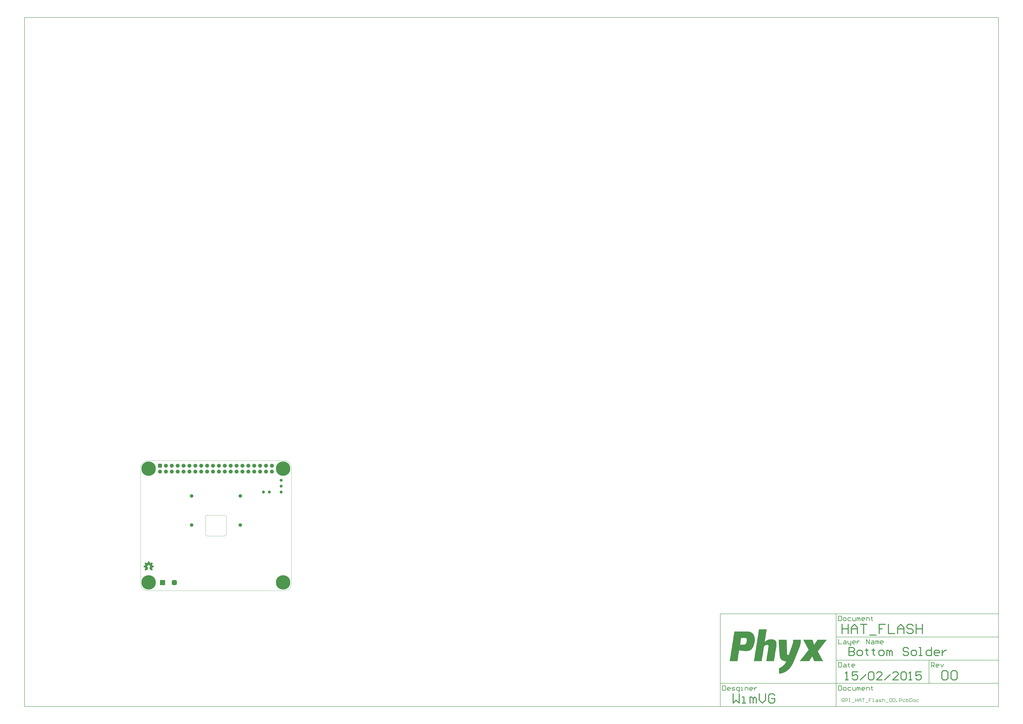
<source format=gbs>
G04 Layer_Color=16711935*
%FSLAX25Y25*%
%MOIN*%
G70*
G01*
G75*
%ADD11C,0.00787*%
%ADD12C,0.01575*%
%ADD53C,0.00984*%
%ADD54C,0.00394*%
%ADD99C,0.06706*%
%ADD100R,0.06706X0.06706*%
%ADD101R,0.08674X0.08674*%
G04:AMPARAMS|DCode=102|XSize=86.74mil|YSize=86.74mil|CornerRadius=23.69mil|HoleSize=0mil|Usage=FLASHONLY|Rotation=0.000|XOffset=0mil|YOffset=0mil|HoleType=Round|Shape=RoundedRectangle|*
%AMROUNDEDRECTD102*
21,1,0.08674,0.03937,0,0,0.0*
21,1,0.03937,0.08674,0,0,0.0*
1,1,0.04737,0.01969,-0.01969*
1,1,0.04737,-0.01969,-0.01969*
1,1,0.04737,-0.01969,0.01969*
1,1,0.04737,0.01969,0.01969*
%
%ADD102ROUNDEDRECTD102*%
%ADD103C,0.05918*%
%ADD104C,0.05118*%
%ADD105C,0.24410*%
G36*
X18177Y34568D02*
Y34510D01*
X18119D01*
Y34568D01*
X18177D01*
D02*
G37*
G36*
X15030Y49429D02*
X15088D01*
Y49371D01*
X15146D01*
Y49312D01*
X15088D01*
Y49254D01*
X15146D01*
Y49196D01*
X15088D01*
Y49137D01*
X15146D01*
Y49079D01*
Y49021D01*
Y48963D01*
X15205D01*
Y48904D01*
Y48846D01*
Y48788D01*
Y48730D01*
Y48671D01*
X15263D01*
Y48613D01*
X15205D01*
Y48555D01*
X15263D01*
Y48496D01*
Y48438D01*
Y48380D01*
Y48322D01*
X15321D01*
Y48263D01*
Y48205D01*
Y48147D01*
Y48088D01*
X15380D01*
Y48030D01*
X15321D01*
Y47972D01*
X15380D01*
Y47914D01*
X15321D01*
Y47855D01*
X15380D01*
Y47797D01*
Y47739D01*
Y47681D01*
X15438D01*
Y47622D01*
Y47564D01*
Y47506D01*
X15496D01*
Y47447D01*
X15438D01*
Y47389D01*
X15496D01*
Y47331D01*
X15438D01*
Y47273D01*
X15496D01*
Y47214D01*
Y47156D01*
X15554D01*
Y47098D01*
Y47039D01*
X15729D01*
Y46981D01*
X15788D01*
Y46923D01*
X15846D01*
Y46981D01*
X15904D01*
Y46923D01*
X16079D01*
Y46865D01*
X16137D01*
Y46806D01*
X16312D01*
Y46748D01*
X16370D01*
Y46690D01*
X16545D01*
Y46632D01*
X16720D01*
Y46573D01*
X16895D01*
Y46515D01*
X16953D01*
Y46457D01*
X17244D01*
Y46515D01*
X17303D01*
Y46573D01*
X17478D01*
Y46632D01*
X17536D01*
Y46690D01*
X17594D01*
Y46748D01*
X17652D01*
Y46806D01*
X17827D01*
Y46865D01*
Y46923D01*
X17944D01*
Y46981D01*
X18002D01*
Y47039D01*
X18060D01*
Y47098D01*
X18119D01*
Y47156D01*
X18293D01*
Y47214D01*
X18352D01*
Y47273D01*
X18468D01*
Y47331D01*
X18527D01*
Y47389D01*
X18643D01*
Y47447D01*
X18701D01*
Y47506D01*
X18760D01*
Y47564D01*
X18818D01*
Y47622D01*
X18993D01*
Y47681D01*
X19051D01*
Y47739D01*
X19226D01*
Y47681D01*
X19284D01*
Y47622D01*
X19342D01*
Y47564D01*
X19401D01*
Y47506D01*
X19459D01*
Y47447D01*
X19517D01*
Y47389D01*
X19576D01*
Y47331D01*
X19634D01*
Y47273D01*
X19692D01*
Y47214D01*
X19750D01*
Y47156D01*
X19809D01*
Y47098D01*
X19867D01*
Y47039D01*
X19925D01*
Y46981D01*
X19984D01*
Y46923D01*
X20042D01*
Y46865D01*
X20100D01*
Y46806D01*
X20158D01*
Y46748D01*
X20217D01*
Y46690D01*
X20275D01*
Y46632D01*
X20333D01*
Y46573D01*
X20391D01*
Y46515D01*
X20450D01*
Y46457D01*
X20508D01*
Y46398D01*
X20566D01*
Y46340D01*
X20625D01*
Y46282D01*
X20683D01*
Y46224D01*
X20741D01*
Y46165D01*
X20799D01*
Y46107D01*
Y46049D01*
Y45990D01*
X20741D01*
Y45932D01*
X20683D01*
Y45874D01*
X20625D01*
Y45816D01*
Y45757D01*
Y45699D01*
X20566D01*
Y45641D01*
X20508D01*
Y45583D01*
X20450D01*
Y45524D01*
X20391D01*
Y45466D01*
X20333D01*
Y45408D01*
X20391D01*
Y45349D01*
X20333D01*
Y45291D01*
X20275D01*
Y45233D01*
X20217D01*
Y45175D01*
X20158D01*
Y45116D01*
X20100D01*
Y45058D01*
Y45000D01*
X20042D01*
Y44941D01*
Y44883D01*
X19984D01*
Y44825D01*
X19925D01*
Y44767D01*
X19867D01*
Y44708D01*
Y44650D01*
X19809D01*
Y44592D01*
Y44534D01*
X19750D01*
Y44475D01*
X19692D01*
Y44417D01*
X19634D01*
Y44359D01*
Y44300D01*
X19576D01*
Y44242D01*
Y44184D01*
X19517D01*
Y44126D01*
X19576D01*
Y44067D01*
X19517D01*
Y44009D01*
X19576D01*
Y43951D01*
Y43892D01*
X19634D01*
Y43834D01*
Y43776D01*
X19692D01*
Y43718D01*
Y43659D01*
Y43601D01*
X19750D01*
Y43543D01*
X19809D01*
Y43485D01*
X19750D01*
Y43426D01*
X19809D01*
Y43368D01*
X19867D01*
Y43310D01*
Y43251D01*
Y43193D01*
X19925D01*
Y43135D01*
Y43077D01*
Y43018D01*
X19984D01*
Y42960D01*
X20042D01*
Y42902D01*
Y42843D01*
Y42785D01*
X20100D01*
Y42727D01*
X20158D01*
Y42669D01*
X20100D01*
Y42610D01*
X20158D01*
Y42552D01*
X20217D01*
Y42494D01*
X20275D01*
Y42436D01*
X20333D01*
Y42377D01*
X20391D01*
Y42436D01*
X20450D01*
Y42377D01*
X20741D01*
Y42319D01*
X20799D01*
Y42377D01*
X20858D01*
Y42319D01*
X21033D01*
Y42261D01*
X21091D01*
Y42319D01*
X21149D01*
Y42261D01*
X21441D01*
Y42202D01*
X21499D01*
Y42261D01*
X21557D01*
Y42202D01*
X21615D01*
Y42144D01*
X21674D01*
Y42202D01*
X21732D01*
Y42144D01*
X22023D01*
Y42086D01*
X22082D01*
Y42144D01*
X22140D01*
Y42086D01*
X22315D01*
Y42028D01*
X22373D01*
Y42086D01*
X22431D01*
Y42028D01*
X22490D01*
Y41969D01*
X22548D01*
Y41911D01*
X22490D01*
Y41853D01*
X22548D01*
Y41794D01*
X22490D01*
Y41736D01*
X22548D01*
Y41678D01*
X22490D01*
Y41620D01*
X22548D01*
Y41561D01*
X22490D01*
Y41503D01*
X22548D01*
Y41445D01*
X22490D01*
Y41387D01*
X22548D01*
Y41328D01*
X22490D01*
Y41270D01*
X22548D01*
Y41212D01*
X22490D01*
Y41153D01*
X22548D01*
Y41095D01*
X22490D01*
Y41037D01*
X22548D01*
Y40979D01*
X22490D01*
Y40920D01*
X22548D01*
Y40862D01*
X22490D01*
Y40804D01*
X22548D01*
Y40745D01*
X22490D01*
Y40687D01*
X22548D01*
Y40629D01*
X22490D01*
Y40571D01*
X22548D01*
Y40512D01*
X22490D01*
Y40454D01*
X22548D01*
Y40396D01*
X22490D01*
Y40337D01*
X22548D01*
Y40279D01*
X22490D01*
Y40221D01*
X22548D01*
Y40163D01*
X22490D01*
Y40104D01*
X22548D01*
Y40046D01*
X22490D01*
Y39988D01*
X22548D01*
Y39930D01*
X22490D01*
Y39871D01*
X22548D01*
Y39813D01*
X22490D01*
Y39755D01*
Y39696D01*
Y39638D01*
X22315D01*
Y39580D01*
X22256D01*
Y39638D01*
X22198D01*
Y39580D01*
X22023D01*
Y39522D01*
X21732D01*
Y39463D01*
X21674D01*
Y39522D01*
X21615D01*
Y39463D01*
X21441D01*
Y39405D01*
X21149D01*
Y39347D01*
X21091D01*
Y39405D01*
X21033D01*
Y39347D01*
X20858D01*
Y39288D01*
X20799D01*
Y39347D01*
X20741D01*
Y39288D01*
X20450D01*
Y39230D01*
X20391D01*
Y39288D01*
X20333D01*
Y39230D01*
X20275D01*
Y39172D01*
X20217D01*
Y39114D01*
Y39055D01*
Y38997D01*
X20158D01*
Y38939D01*
X20100D01*
Y38881D01*
X20158D01*
Y38822D01*
X20100D01*
Y38764D01*
X20042D01*
Y38706D01*
Y38647D01*
Y38589D01*
X19984D01*
Y38531D01*
Y38473D01*
Y38414D01*
X19925D01*
Y38356D01*
X19867D01*
Y38298D01*
X19925D01*
Y38239D01*
X19867D01*
Y38181D01*
X19809D01*
Y38123D01*
Y38065D01*
Y38006D01*
X19750D01*
Y37948D01*
Y37890D01*
Y37832D01*
X19692D01*
Y37773D01*
X19634D01*
Y37715D01*
X19692D01*
Y37657D01*
X19634D01*
Y37598D01*
X19576D01*
Y37540D01*
Y37482D01*
Y37424D01*
Y37365D01*
X19634D01*
Y37307D01*
Y37249D01*
X19692D01*
Y37190D01*
X19750D01*
Y37132D01*
X19809D01*
Y37074D01*
Y37016D01*
X19867D01*
Y36957D01*
Y36899D01*
X19925D01*
Y36841D01*
X19984D01*
Y36783D01*
X20042D01*
Y36724D01*
X20100D01*
Y36666D01*
Y36608D01*
Y36549D01*
X20158D01*
Y36491D01*
X20217D01*
Y36433D01*
X20275D01*
Y36375D01*
X20333D01*
Y36316D01*
X20391D01*
Y36258D01*
Y36200D01*
X20450D01*
Y36141D01*
Y36083D01*
X20508D01*
Y36025D01*
X20566D01*
Y35967D01*
X20625D01*
Y35908D01*
Y35850D01*
X20683D01*
Y35792D01*
Y35734D01*
X20741D01*
Y35675D01*
X20799D01*
Y35617D01*
Y35559D01*
Y35500D01*
X20741D01*
Y35442D01*
X20683D01*
Y35384D01*
X20625D01*
Y35326D01*
X20566D01*
Y35267D01*
X20508D01*
Y35209D01*
X20450D01*
Y35151D01*
X20391D01*
Y35092D01*
X20333D01*
Y35034D01*
X20275D01*
Y34976D01*
X20217D01*
Y34918D01*
X20158D01*
Y34859D01*
X20100D01*
Y34801D01*
X20042D01*
Y34743D01*
X19984D01*
Y34685D01*
X19925D01*
Y34626D01*
X19867D01*
Y34568D01*
X19809D01*
Y34510D01*
X19750D01*
Y34451D01*
X19692D01*
Y34393D01*
X19634D01*
Y34335D01*
X19576D01*
Y34277D01*
X19517D01*
Y34218D01*
X19459D01*
Y34160D01*
X19401D01*
Y34102D01*
X19342D01*
Y34043D01*
X19284D01*
Y33985D01*
X19226D01*
Y33927D01*
X19051D01*
Y33985D01*
X18993D01*
Y34043D01*
X18818D01*
Y34102D01*
Y34160D01*
X18701D01*
Y34218D01*
X18643D01*
Y34277D01*
X18527D01*
Y34335D01*
X18468D01*
Y34393D01*
X18352D01*
Y34451D01*
X18293D01*
Y34510D01*
X18235D01*
Y34568D01*
X18177D01*
Y34626D01*
X18002D01*
Y34685D01*
X17944D01*
Y34743D01*
X17886D01*
Y34801D01*
X17827D01*
Y34859D01*
X17652D01*
Y34918D01*
X17594D01*
Y34976D01*
X17536D01*
Y35034D01*
X17478D01*
Y35092D01*
X17303D01*
Y35151D01*
X17244D01*
Y35092D01*
X17186D01*
Y35034D01*
X17011D01*
Y34976D01*
X16953D01*
Y34918D01*
X16895D01*
Y34859D01*
X16720D01*
Y34801D01*
X16662D01*
Y34743D01*
X16487D01*
Y34685D01*
X16429D01*
Y34743D01*
X16370D01*
Y34801D01*
X16312D01*
Y34859D01*
Y34918D01*
Y34976D01*
X16254D01*
Y35034D01*
Y35092D01*
X16195D01*
Y35151D01*
Y35209D01*
X16137D01*
Y35267D01*
Y35326D01*
Y35384D01*
X16079D01*
Y35442D01*
X16021D01*
Y35500D01*
X16079D01*
Y35559D01*
X16021D01*
Y35617D01*
X15962D01*
Y35675D01*
Y35734D01*
Y35792D01*
X15904D01*
Y35850D01*
Y35908D01*
Y35967D01*
X15846D01*
Y36025D01*
X15788D01*
Y36083D01*
Y36141D01*
Y36200D01*
X15729D01*
Y36258D01*
X15671D01*
Y36316D01*
X15729D01*
Y36375D01*
X15671D01*
Y36433D01*
X15613D01*
Y36491D01*
Y36549D01*
Y36608D01*
X15554D01*
Y36666D01*
X15613D01*
Y36724D01*
X15554D01*
Y36783D01*
X15496D01*
Y36841D01*
X15438D01*
Y36899D01*
X15496D01*
Y36957D01*
X15438D01*
Y37016D01*
X15380D01*
Y37074D01*
Y37132D01*
Y37190D01*
X15321D01*
Y37249D01*
Y37307D01*
X15263D01*
Y37365D01*
Y37424D01*
X15205D01*
Y37482D01*
X15263D01*
Y37540D01*
X15205D01*
Y37598D01*
X15146D01*
Y37657D01*
Y37715D01*
Y37773D01*
X15088D01*
Y37832D01*
Y37890D01*
Y37948D01*
X15030D01*
Y38006D01*
X14972D01*
Y38065D01*
Y38123D01*
Y38181D01*
X14913D01*
Y38239D01*
X14855D01*
Y38298D01*
X14913D01*
Y38356D01*
X14855D01*
Y38414D01*
X14797D01*
Y38473D01*
X14855D01*
Y38531D01*
Y38589D01*
Y38647D01*
X15030D01*
Y38706D01*
X15088D01*
Y38764D01*
X15146D01*
Y38822D01*
X15205D01*
Y38881D01*
X15380D01*
Y38939D01*
X15438D01*
Y38997D01*
X15496D01*
Y39055D01*
X15554D01*
Y39114D01*
X15613D01*
Y39172D01*
X15671D01*
Y39230D01*
X15729D01*
Y39288D01*
X15788D01*
Y39347D01*
Y39405D01*
Y39463D01*
X15904D01*
Y39522D01*
Y39580D01*
X15962D01*
Y39638D01*
X16021D01*
Y39696D01*
X16079D01*
Y39755D01*
X16021D01*
Y39813D01*
X16079D01*
Y39871D01*
X16137D01*
Y39930D01*
Y39988D01*
Y40046D01*
X16195D01*
Y40104D01*
Y40163D01*
Y40221D01*
X16254D01*
Y40279D01*
X16195D01*
Y40337D01*
X16254D01*
Y40396D01*
Y40454D01*
Y40512D01*
X16312D01*
Y40571D01*
X16254D01*
Y40629D01*
X16312D01*
Y40687D01*
X16254D01*
Y40745D01*
X16312D01*
Y40804D01*
X16254D01*
Y40862D01*
X16312D01*
Y40920D01*
X16254D01*
Y40979D01*
X16312D01*
Y41037D01*
X16254D01*
Y41095D01*
X16312D01*
Y41153D01*
X16254D01*
Y41212D01*
Y41270D01*
Y41328D01*
Y41387D01*
Y41445D01*
X16195D01*
Y41503D01*
X16137D01*
Y41561D01*
X16195D01*
Y41620D01*
X16137D01*
Y41678D01*
Y41736D01*
X16079D01*
Y41794D01*
Y41853D01*
X16021D01*
Y41911D01*
Y41969D01*
X15962D01*
Y42028D01*
Y42086D01*
X15904D01*
Y42144D01*
X15846D01*
Y42202D01*
X15788D01*
Y42261D01*
X15846D01*
Y42319D01*
X15729D01*
Y42377D01*
Y42436D01*
X15671D01*
Y42494D01*
X15613D01*
Y42552D01*
X15554D01*
Y42610D01*
X15496D01*
Y42669D01*
X15321D01*
Y42727D01*
X15380D01*
Y42785D01*
X15205D01*
Y42843D01*
X15146D01*
Y42902D01*
X15030D01*
Y42960D01*
X14913D01*
Y43018D01*
X14739D01*
Y43077D01*
X14680D01*
Y43135D01*
X14622D01*
Y43077D01*
X14564D01*
Y43135D01*
X14389D01*
Y43193D01*
X14214D01*
Y43251D01*
X14156D01*
Y43193D01*
X14097D01*
Y43251D01*
X14039D01*
Y43193D01*
X13981D01*
Y43251D01*
X13923D01*
Y43193D01*
X13864D01*
Y43251D01*
X13806D01*
Y43193D01*
X13748D01*
Y43251D01*
X13690D01*
Y43193D01*
X13631D01*
Y43251D01*
X13573D01*
Y43193D01*
X13398D01*
Y43135D01*
X13340D01*
Y43193D01*
X13282D01*
Y43135D01*
X13107D01*
Y43077D01*
X13048D01*
Y43018D01*
X12990D01*
Y43077D01*
X12932D01*
Y43018D01*
X12874D01*
Y42960D01*
X12815D01*
Y42902D01*
X12641D01*
Y42843D01*
X12582D01*
Y42785D01*
X12407D01*
Y42727D01*
X12349D01*
Y42669D01*
X12291D01*
Y42610D01*
X12233D01*
Y42552D01*
X12174D01*
Y42494D01*
X12116D01*
Y42436D01*
X12058D01*
Y42377D01*
X11999D01*
Y42319D01*
X11941D01*
Y42261D01*
Y42202D01*
X11883D01*
Y42144D01*
Y42086D01*
X11825D01*
Y42028D01*
X11766D01*
Y41969D01*
X11708D01*
Y41911D01*
X11766D01*
Y41853D01*
X11708D01*
Y41794D01*
X11650D01*
Y41736D01*
Y41678D01*
Y41620D01*
X11592D01*
Y41561D01*
X11650D01*
Y41503D01*
X11592D01*
Y41445D01*
X11533D01*
Y41387D01*
Y41328D01*
Y41270D01*
X11475D01*
Y41212D01*
X11533D01*
Y41153D01*
X11475D01*
Y41095D01*
X11533D01*
Y41037D01*
X11475D01*
Y40979D01*
X11533D01*
Y40920D01*
X11475D01*
Y40862D01*
X11533D01*
Y40804D01*
X11475D01*
Y40745D01*
X11533D01*
Y40687D01*
X11475D01*
Y40629D01*
X11533D01*
Y40571D01*
X11475D01*
Y40512D01*
X11533D01*
Y40454D01*
X11475D01*
Y40396D01*
X11533D01*
Y40337D01*
Y40279D01*
Y40221D01*
X11592D01*
Y40163D01*
Y40104D01*
Y40046D01*
X11650D01*
Y39988D01*
X11592D01*
Y39930D01*
X11650D01*
Y39871D01*
X11708D01*
Y39813D01*
X11766D01*
Y39755D01*
X11708D01*
Y39696D01*
X11766D01*
Y39638D01*
X11825D01*
Y39580D01*
X11883D01*
Y39522D01*
Y39463D01*
X11941D01*
Y39405D01*
Y39347D01*
X11999D01*
Y39288D01*
X12058D01*
Y39230D01*
X12116D01*
Y39172D01*
X12174D01*
Y39114D01*
X12233D01*
Y39055D01*
X12291D01*
Y38997D01*
X12349D01*
Y38939D01*
X12407D01*
Y38881D01*
X12524D01*
Y38822D01*
X12641D01*
Y38764D01*
X12699D01*
Y38706D01*
X12757D01*
Y38647D01*
X12932D01*
Y38589D01*
Y38531D01*
Y38473D01*
Y38414D01*
Y38356D01*
X12874D01*
Y38298D01*
Y38239D01*
Y38181D01*
X12815D01*
Y38123D01*
X12757D01*
Y38065D01*
X12815D01*
Y38006D01*
X12757D01*
Y37948D01*
X12699D01*
Y37890D01*
Y37832D01*
Y37773D01*
X12641D01*
Y37715D01*
Y37657D01*
Y37598D01*
X12582D01*
Y37540D01*
X12524D01*
Y37482D01*
Y37424D01*
Y37365D01*
X12466D01*
Y37307D01*
X12407D01*
Y37249D01*
X12466D01*
Y37190D01*
X12407D01*
Y37132D01*
X12349D01*
Y37074D01*
Y37016D01*
Y36957D01*
X12291D01*
Y36899D01*
X12349D01*
Y36841D01*
X12291D01*
Y36783D01*
X12233D01*
Y36724D01*
X12174D01*
Y36666D01*
X12233D01*
Y36608D01*
X12174D01*
Y36549D01*
X12116D01*
Y36491D01*
Y36433D01*
Y36375D01*
X12058D01*
Y36316D01*
Y36258D01*
X11999D01*
Y36200D01*
Y36141D01*
X11941D01*
Y36083D01*
X11999D01*
Y36025D01*
X11941D01*
Y35967D01*
X11883D01*
Y35908D01*
Y35850D01*
Y35792D01*
X11825D01*
Y35734D01*
Y35675D01*
Y35617D01*
X11766D01*
Y35559D01*
X11708D01*
Y35500D01*
Y35442D01*
Y35384D01*
X11650D01*
Y35326D01*
X11592D01*
Y35267D01*
X11650D01*
Y35209D01*
X11592D01*
Y35151D01*
X11533D01*
Y35092D01*
Y35034D01*
Y34976D01*
X11475D01*
Y34918D01*
Y34859D01*
Y34801D01*
X11417D01*
Y34743D01*
X11358D01*
Y34685D01*
X11300D01*
Y34743D01*
X11125D01*
Y34801D01*
X11067D01*
Y34859D01*
X10892D01*
Y34918D01*
X10834D01*
Y34976D01*
X10776D01*
Y35034D01*
X10717D01*
Y34976D01*
X10659D01*
Y35034D01*
X10601D01*
Y35092D01*
X10543D01*
Y35151D01*
X10484D01*
Y35092D01*
X10309D01*
Y35034D01*
X10251D01*
Y34976D01*
X10193D01*
Y34918D01*
X10135D01*
Y34859D01*
X9960D01*
Y34801D01*
X9901D01*
Y34743D01*
X9843D01*
Y34685D01*
X9785D01*
Y34626D01*
X9610D01*
Y34568D01*
X9552D01*
Y34510D01*
X9493D01*
Y34451D01*
X9435D01*
Y34393D01*
X9260D01*
Y34335D01*
X9202D01*
Y34277D01*
X9144D01*
Y34218D01*
X9086D01*
Y34160D01*
X8969D01*
Y34102D01*
X8911D01*
Y34043D01*
X8794D01*
Y33985D01*
X8736D01*
Y33927D01*
X8561D01*
Y33985D01*
X8503D01*
Y34043D01*
X8444D01*
Y34102D01*
X8386D01*
Y34160D01*
X8328D01*
Y34218D01*
X8270D01*
Y34277D01*
X8211D01*
Y34335D01*
X8153D01*
Y34393D01*
X8095D01*
Y34451D01*
X8037D01*
Y34510D01*
X7978D01*
Y34568D01*
X7920D01*
Y34626D01*
X7862D01*
Y34685D01*
X7803D01*
Y34743D01*
X7745D01*
Y34801D01*
X7687D01*
Y34859D01*
X7629D01*
Y34918D01*
X7570D01*
Y34976D01*
X7512D01*
Y35034D01*
X7454D01*
Y35092D01*
X7395D01*
Y35151D01*
X7337D01*
Y35209D01*
X7279D01*
Y35267D01*
X7221D01*
Y35326D01*
X7162D01*
Y35384D01*
X7104D01*
Y35442D01*
X7046D01*
Y35500D01*
X6988D01*
Y35559D01*
Y35617D01*
Y35675D01*
X7046D01*
Y35734D01*
X7104D01*
Y35792D01*
Y35850D01*
X7162D01*
Y35908D01*
Y35967D01*
X7221D01*
Y36025D01*
X7279D01*
Y36083D01*
X7337D01*
Y36141D01*
Y36200D01*
X7395D01*
Y36258D01*
Y36316D01*
X7454D01*
Y36375D01*
X7512D01*
Y36433D01*
X7570D01*
Y36491D01*
Y36549D01*
X7629D01*
Y36608D01*
Y36666D01*
X7687D01*
Y36724D01*
X7745D01*
Y36783D01*
X7803D01*
Y36841D01*
Y36899D01*
X7920D01*
Y36957D01*
X7862D01*
Y37016D01*
X7920D01*
Y37074D01*
X7978D01*
Y37132D01*
X8037D01*
Y37190D01*
X8095D01*
Y37249D01*
Y37307D01*
Y37365D01*
X8153D01*
Y37424D01*
X8211D01*
Y37482D01*
Y37540D01*
X8153D01*
Y37598D01*
Y37657D01*
X8095D01*
Y37715D01*
Y37773D01*
Y37832D01*
X8037D01*
Y37890D01*
X7978D01*
Y37948D01*
X8037D01*
Y38006D01*
X7978D01*
Y38065D01*
X7920D01*
Y38123D01*
Y38181D01*
Y38239D01*
X7862D01*
Y38298D01*
X7920D01*
Y38356D01*
X7862D01*
Y38414D01*
X7803D01*
Y38473D01*
X7745D01*
Y38531D01*
X7803D01*
Y38589D01*
X7745D01*
Y38647D01*
Y38706D01*
X7687D01*
Y38764D01*
Y38822D01*
X7629D01*
Y38881D01*
Y38939D01*
Y38997D01*
X7570D01*
Y39055D01*
X7512D01*
Y39114D01*
X7570D01*
Y39172D01*
X7512D01*
Y39230D01*
X7454D01*
Y39288D01*
X7395D01*
Y39230D01*
X7337D01*
Y39288D01*
X7046D01*
Y39347D01*
X6988D01*
Y39288D01*
X6929D01*
Y39347D01*
X6754D01*
Y39405D01*
X6696D01*
Y39347D01*
X6638D01*
Y39405D01*
X6346D01*
Y39463D01*
X6288D01*
Y39405D01*
X6230D01*
Y39463D01*
X6172D01*
Y39522D01*
X6113D01*
Y39463D01*
X6055D01*
Y39522D01*
X5764D01*
Y39580D01*
X5705D01*
Y39522D01*
X5647D01*
Y39580D01*
X5472D01*
Y39638D01*
X5297D01*
Y39696D01*
X5239D01*
Y39755D01*
Y39813D01*
Y39871D01*
Y39930D01*
Y39988D01*
Y40046D01*
Y40104D01*
Y40163D01*
Y40221D01*
Y40279D01*
Y40337D01*
Y40396D01*
Y40454D01*
Y40512D01*
Y40571D01*
Y40629D01*
Y40687D01*
Y40745D01*
Y40804D01*
Y40862D01*
Y40920D01*
Y40979D01*
Y41037D01*
Y41095D01*
Y41153D01*
Y41212D01*
Y41270D01*
Y41328D01*
Y41387D01*
Y41445D01*
Y41503D01*
Y41561D01*
Y41620D01*
Y41678D01*
Y41736D01*
Y41794D01*
Y41853D01*
Y41911D01*
Y41969D01*
X5297D01*
Y42028D01*
X5356D01*
Y42086D01*
X5414D01*
Y42028D01*
X5472D01*
Y42086D01*
X5647D01*
Y42144D01*
X5705D01*
Y42086D01*
X5764D01*
Y42144D01*
X6055D01*
Y42202D01*
X6113D01*
Y42144D01*
X6172D01*
Y42202D01*
X6230D01*
Y42261D01*
X6288D01*
Y42202D01*
X6346D01*
Y42261D01*
X6638D01*
Y42319D01*
X6696D01*
Y42261D01*
X6754D01*
Y42319D01*
X6929D01*
Y42377D01*
X7337D01*
Y42436D01*
X7512D01*
Y42494D01*
X7570D01*
Y42552D01*
X7629D01*
Y42610D01*
Y42669D01*
Y42727D01*
X7687D01*
Y42785D01*
Y42843D01*
X7745D01*
Y42902D01*
Y42960D01*
X7803D01*
Y43018D01*
Y43077D01*
Y43135D01*
X7862D01*
Y43193D01*
X7920D01*
Y43251D01*
Y43310D01*
Y43368D01*
X7978D01*
Y43426D01*
Y43485D01*
Y43543D01*
X8037D01*
Y43601D01*
Y43659D01*
X8095D01*
Y43718D01*
Y43776D01*
X8153D01*
Y43834D01*
Y43892D01*
Y43951D01*
X8211D01*
Y44009D01*
X8270D01*
Y44067D01*
X8211D01*
Y44126D01*
X8270D01*
Y44184D01*
X8211D01*
Y44242D01*
Y44300D01*
X8095D01*
Y44359D01*
X8153D01*
Y44417D01*
X8095D01*
Y44475D01*
X8037D01*
Y44534D01*
X7978D01*
Y44592D01*
X7920D01*
Y44650D01*
X7862D01*
Y44708D01*
Y44767D01*
Y44825D01*
X7803D01*
Y44883D01*
X7745D01*
Y44941D01*
X7687D01*
Y45000D01*
X7629D01*
Y45058D01*
X7687D01*
Y45116D01*
X7629D01*
Y45175D01*
X7570D01*
Y45233D01*
X7512D01*
Y45291D01*
X7454D01*
Y45349D01*
X7395D01*
Y45408D01*
Y45466D01*
X7337D01*
Y45524D01*
Y45583D01*
X7279D01*
Y45641D01*
X7221D01*
Y45699D01*
X7162D01*
Y45757D01*
Y45816D01*
X7104D01*
Y45874D01*
Y45932D01*
X7046D01*
Y45990D01*
X6988D01*
Y46049D01*
Y46107D01*
Y46165D01*
X7046D01*
Y46224D01*
X7104D01*
Y46282D01*
X7162D01*
Y46340D01*
X7221D01*
Y46398D01*
X7279D01*
Y46457D01*
X7337D01*
Y46515D01*
X7395D01*
Y46573D01*
X7454D01*
Y46632D01*
X7512D01*
Y46690D01*
X7570D01*
Y46748D01*
X7629D01*
Y46806D01*
X7687D01*
Y46865D01*
X7745D01*
Y46923D01*
X7803D01*
Y46981D01*
X7862D01*
Y47039D01*
X7920D01*
Y47098D01*
X7978D01*
Y47156D01*
X8037D01*
Y47214D01*
X8095D01*
Y47273D01*
X8153D01*
Y47331D01*
X8211D01*
Y47389D01*
X8270D01*
Y47447D01*
X8328D01*
Y47506D01*
X8386D01*
Y47564D01*
X8444D01*
Y47622D01*
X8503D01*
Y47681D01*
X8561D01*
Y47739D01*
X8736D01*
Y47681D01*
X8794D01*
Y47622D01*
X8911D01*
Y47564D01*
X9027D01*
Y47506D01*
X9086D01*
Y47447D01*
X9144D01*
Y47389D01*
X9260D01*
Y47331D01*
X9319D01*
Y47273D01*
X9435D01*
Y47214D01*
X9493D01*
Y47156D01*
X9552D01*
Y47098D01*
X9610D01*
Y47039D01*
X9785D01*
Y46981D01*
X9843D01*
Y46923D01*
X9901D01*
Y46865D01*
X9960D01*
Y46806D01*
X10135D01*
Y46748D01*
X10193D01*
Y46690D01*
X10251D01*
Y46632D01*
X10309D01*
Y46573D01*
X10484D01*
Y46515D01*
X10543D01*
Y46457D01*
X10717D01*
Y46515D01*
X10776D01*
Y46457D01*
X10834D01*
Y46515D01*
X10892D01*
Y46573D01*
X11067D01*
Y46632D01*
X11125D01*
Y46690D01*
X11184D01*
Y46632D01*
X11242D01*
Y46690D01*
X11300D01*
Y46748D01*
X11358D01*
Y46690D01*
X11417D01*
Y46748D01*
X11475D01*
Y46806D01*
X11650D01*
Y46865D01*
X11708D01*
Y46923D01*
X11883D01*
Y46981D01*
X12058D01*
Y47039D01*
X12233D01*
Y47098D01*
Y47156D01*
X12291D01*
Y47214D01*
Y47273D01*
Y47331D01*
Y47389D01*
X12349D01*
Y47447D01*
X12291D01*
Y47506D01*
X12349D01*
Y47564D01*
X12291D01*
Y47622D01*
X12349D01*
Y47681D01*
Y47739D01*
Y47797D01*
X12407D01*
Y47855D01*
Y47914D01*
Y47972D01*
X12466D01*
Y48030D01*
X12407D01*
Y48088D01*
X12466D01*
Y48147D01*
X12407D01*
Y48205D01*
X12466D01*
Y48263D01*
Y48322D01*
Y48380D01*
X12524D01*
Y48438D01*
Y48496D01*
Y48555D01*
X12582D01*
Y48613D01*
X12524D01*
Y48671D01*
X12582D01*
Y48730D01*
X12524D01*
Y48788D01*
X12582D01*
Y48846D01*
Y48904D01*
Y48963D01*
X12641D01*
Y49021D01*
X12582D01*
Y49079D01*
X12641D01*
Y49137D01*
Y49196D01*
Y49254D01*
X12699D01*
Y49312D01*
X12641D01*
Y49371D01*
X12699D01*
Y49429D01*
X12757D01*
Y49487D01*
X15030D01*
Y49429D01*
D02*
G37*
%LPC*%
G36*
X12815Y43018D02*
X12757D01*
Y42960D01*
X12815D01*
Y43018D01*
D02*
G37*
%LPD*%
G36*
X1121080Y-83717D02*
Y-84003D01*
Y-84290D01*
Y-84576D01*
Y-84862D01*
Y-85149D01*
Y-85435D01*
Y-85721D01*
Y-86007D01*
Y-86294D01*
Y-86580D01*
Y-86866D01*
Y-87153D01*
Y-87439D01*
Y-87725D01*
Y-88012D01*
Y-88298D01*
Y-88584D01*
Y-88871D01*
Y-89157D01*
Y-89443D01*
X1120793D01*
Y-89730D01*
Y-90016D01*
Y-90302D01*
Y-90588D01*
Y-90875D01*
X1120507D01*
Y-91161D01*
Y-91448D01*
Y-91734D01*
Y-92020D01*
X1120221D01*
Y-92306D01*
Y-92593D01*
Y-92879D01*
Y-93165D01*
X1119934D01*
Y-93452D01*
Y-93738D01*
Y-94024D01*
X1119648D01*
Y-94311D01*
Y-94597D01*
Y-94883D01*
X1119362D01*
Y-95170D01*
Y-95456D01*
Y-95742D01*
X1119075D01*
Y-96029D01*
Y-96315D01*
Y-96601D01*
X1118789D01*
Y-96887D01*
Y-97174D01*
X1118503D01*
Y-97460D01*
Y-97746D01*
X1118217D01*
Y-98033D01*
Y-98319D01*
Y-98605D01*
X1117930D01*
Y-98892D01*
Y-99178D01*
X1117644D01*
Y-99464D01*
Y-99751D01*
Y-100037D01*
X1117358D01*
Y-100323D01*
Y-100610D01*
X1117071D01*
Y-100896D01*
Y-101182D01*
Y-101468D01*
X1116785D01*
Y-101755D01*
Y-102041D01*
X1116499D01*
Y-102327D01*
Y-102614D01*
Y-102900D01*
X1116212D01*
Y-103186D01*
Y-103473D01*
X1115926D01*
Y-103759D01*
Y-104045D01*
Y-104332D01*
X1115640D01*
Y-104618D01*
Y-104904D01*
X1115353D01*
Y-105191D01*
Y-105477D01*
Y-105763D01*
X1115067D01*
Y-106049D01*
Y-106336D01*
X1114781D01*
Y-106622D01*
Y-106908D01*
Y-107195D01*
X1114494D01*
Y-107481D01*
Y-107767D01*
X1114208D01*
Y-108054D01*
Y-108340D01*
Y-108626D01*
X1113922D01*
Y-108913D01*
Y-109199D01*
X1113636D01*
Y-109485D01*
Y-109772D01*
Y-110058D01*
X1113349D01*
Y-110344D01*
Y-110630D01*
X1113063D01*
Y-110917D01*
Y-111203D01*
Y-111489D01*
X1112776D01*
Y-111776D01*
Y-112062D01*
X1112490D01*
Y-112348D01*
Y-112635D01*
Y-112921D01*
X1112204D01*
Y-113207D01*
Y-113494D01*
X1111918D01*
Y-113780D01*
Y-114066D01*
Y-114353D01*
X1111631D01*
Y-114639D01*
Y-114925D01*
X1111345D01*
Y-115211D01*
Y-115498D01*
Y-115784D01*
X1111059D01*
Y-116070D01*
Y-116357D01*
X1110772D01*
Y-116643D01*
Y-116929D01*
Y-117216D01*
X1110486D01*
Y-117502D01*
Y-117788D01*
X1110200D01*
Y-118075D01*
Y-118361D01*
Y-118647D01*
X1109913D01*
Y-118933D01*
Y-119220D01*
X1109627D01*
Y-119506D01*
Y-119792D01*
Y-120079D01*
X1109341D01*
Y-120365D01*
Y-120651D01*
X1109054D01*
Y-120938D01*
Y-121224D01*
X1108768D01*
Y-121510D01*
Y-121797D01*
X1108482D01*
Y-122083D01*
Y-122369D01*
Y-122656D01*
X1108195D01*
Y-122942D01*
X1107909D01*
Y-123228D01*
Y-123514D01*
Y-123801D01*
X1107623D01*
Y-124087D01*
X1107337D01*
Y-124373D01*
Y-124660D01*
X1107050D01*
Y-124946D01*
Y-125232D01*
X1106764D01*
Y-125519D01*
Y-125805D01*
X1106478D01*
Y-126091D01*
Y-126378D01*
X1106191D01*
Y-126664D01*
X1105905D01*
Y-126950D01*
Y-127237D01*
X1105619D01*
Y-127523D01*
Y-127809D01*
X1105332D01*
Y-128095D01*
X1105046D01*
Y-128382D01*
X1104760D01*
Y-128668D01*
Y-128954D01*
X1104473D01*
Y-129241D01*
X1104187D01*
Y-129527D01*
Y-129813D01*
X1103901D01*
Y-130100D01*
X1103615D01*
Y-130386D01*
X1103328D01*
Y-130672D01*
Y-130959D01*
X1103042D01*
Y-131245D01*
X1102756D01*
Y-131531D01*
X1102469D01*
Y-131818D01*
X1102183D01*
Y-132104D01*
X1101897D01*
Y-132390D01*
Y-132676D01*
X1101610D01*
Y-132963D01*
X1101324D01*
Y-133249D01*
X1101038D01*
Y-133535D01*
X1100751D01*
Y-133822D01*
X1100465D01*
Y-134108D01*
X1100179D01*
Y-134394D01*
X1099892D01*
Y-134681D01*
X1099320D01*
Y-134967D01*
X1099034D01*
Y-135253D01*
X1098747D01*
Y-135540D01*
X1098461D01*
Y-135826D01*
X1098175D01*
Y-136112D01*
X1097602D01*
Y-136399D01*
X1097316D01*
Y-136685D01*
X1096743D01*
Y-136971D01*
X1096457D01*
Y-137258D01*
X1095884D01*
Y-137544D01*
X1095598D01*
Y-137830D01*
X1095025D01*
Y-138117D01*
X1094452D01*
Y-138403D01*
X1093880D01*
Y-138689D01*
X1093307D01*
Y-138975D01*
X1092735D01*
Y-139262D01*
X1091876D01*
Y-139548D01*
X1091303D01*
Y-139834D01*
X1090444D01*
Y-140121D01*
X1089299D01*
Y-140407D01*
X1088154D01*
Y-140693D01*
X1086436D01*
Y-140980D01*
X1084432D01*
Y-141266D01*
X1084145D01*
Y-140980D01*
Y-140693D01*
Y-140407D01*
Y-140121D01*
Y-139834D01*
Y-139548D01*
Y-139262D01*
Y-138975D01*
Y-138689D01*
Y-138403D01*
Y-138117D01*
Y-137830D01*
Y-137544D01*
Y-137258D01*
Y-136971D01*
Y-136685D01*
Y-136399D01*
Y-136112D01*
Y-135826D01*
Y-135540D01*
Y-135253D01*
Y-134967D01*
Y-134681D01*
Y-134394D01*
Y-134108D01*
Y-133822D01*
Y-133535D01*
Y-133249D01*
Y-132963D01*
Y-132676D01*
Y-132390D01*
Y-132104D01*
Y-131818D01*
X1084718D01*
Y-131531D01*
X1085291D01*
Y-131245D01*
X1085863D01*
Y-130959D01*
X1086436D01*
Y-130672D01*
X1087008D01*
Y-130386D01*
X1087581D01*
Y-130100D01*
X1087867D01*
Y-129813D01*
X1088440D01*
Y-129527D01*
X1088726D01*
Y-129241D01*
X1089299D01*
Y-128954D01*
X1089585D01*
Y-128668D01*
X1089872D01*
Y-128382D01*
X1090444D01*
Y-128095D01*
X1090730D01*
Y-127809D01*
X1091017D01*
Y-127523D01*
X1091303D01*
Y-127237D01*
X1091589D01*
Y-126950D01*
X1091876D01*
Y-126664D01*
X1092162D01*
Y-126378D01*
X1092448D01*
Y-126091D01*
X1092735D01*
Y-125805D01*
X1093021D01*
Y-125519D01*
X1093307D01*
Y-125232D01*
X1093594D01*
Y-124946D01*
Y-124660D01*
X1093880D01*
Y-124373D01*
X1094166D01*
Y-124087D01*
X1094452D01*
Y-123801D01*
Y-123514D01*
X1094739D01*
Y-123228D01*
X1095025D01*
Y-122942D01*
Y-122656D01*
X1095311D01*
Y-122369D01*
Y-122083D01*
X1095598D01*
Y-121797D01*
X1095884D01*
Y-121510D01*
Y-121224D01*
X1096170D01*
Y-120938D01*
Y-120651D01*
X1096457D01*
Y-120365D01*
Y-120079D01*
X1094739D01*
Y-119792D01*
X1092735D01*
Y-119506D01*
X1091589D01*
Y-119220D01*
X1091017D01*
Y-118933D01*
X1090158D01*
Y-118647D01*
X1089585D01*
Y-118361D01*
X1089299D01*
Y-118075D01*
X1088726D01*
Y-117788D01*
X1088440D01*
Y-117502D01*
X1088154D01*
Y-117216D01*
X1087867D01*
Y-116929D01*
X1087581D01*
Y-116643D01*
X1087295D01*
Y-116357D01*
Y-116070D01*
X1087008D01*
Y-115784D01*
X1086722D01*
Y-115498D01*
Y-115211D01*
X1086436D01*
Y-114925D01*
Y-114639D01*
X1086149D01*
Y-114353D01*
Y-114066D01*
X1085863D01*
Y-113780D01*
Y-113494D01*
Y-113207D01*
X1085577D01*
Y-112921D01*
Y-112635D01*
Y-112348D01*
Y-112062D01*
X1085291D01*
Y-111776D01*
Y-111489D01*
Y-111203D01*
Y-110917D01*
Y-110630D01*
Y-110344D01*
Y-110058D01*
X1085004D01*
Y-109772D01*
Y-109485D01*
Y-109199D01*
Y-108913D01*
Y-108626D01*
Y-108340D01*
Y-108054D01*
Y-107767D01*
Y-107481D01*
Y-107195D01*
Y-106908D01*
Y-106622D01*
Y-106336D01*
Y-106049D01*
Y-105763D01*
X1084718D01*
Y-105477D01*
Y-105191D01*
Y-104904D01*
Y-104618D01*
Y-104332D01*
Y-104045D01*
Y-103759D01*
Y-103473D01*
Y-103186D01*
Y-102900D01*
Y-102614D01*
Y-102327D01*
Y-102041D01*
Y-101755D01*
Y-101468D01*
X1084432D01*
Y-101182D01*
Y-100896D01*
Y-100610D01*
Y-100323D01*
Y-100037D01*
Y-99751D01*
Y-99464D01*
Y-99178D01*
Y-98892D01*
Y-98605D01*
Y-98319D01*
Y-98033D01*
Y-97746D01*
Y-97460D01*
Y-97174D01*
Y-96887D01*
X1084145D01*
Y-96601D01*
Y-96315D01*
Y-96029D01*
Y-95742D01*
Y-95456D01*
Y-95170D01*
Y-94883D01*
Y-94597D01*
Y-94311D01*
Y-94024D01*
Y-93738D01*
Y-93452D01*
Y-93165D01*
Y-92879D01*
Y-92593D01*
Y-92306D01*
X1083859D01*
Y-92020D01*
Y-91734D01*
Y-91448D01*
Y-91161D01*
Y-90875D01*
Y-90588D01*
Y-90302D01*
Y-90016D01*
Y-89730D01*
Y-89443D01*
Y-89157D01*
Y-88871D01*
Y-88584D01*
Y-88298D01*
X1083573D01*
Y-88012D01*
Y-87725D01*
Y-87439D01*
Y-87153D01*
Y-86866D01*
Y-86580D01*
Y-86294D01*
Y-86007D01*
Y-85721D01*
Y-85435D01*
Y-85149D01*
Y-84862D01*
Y-84576D01*
Y-84290D01*
Y-84003D01*
Y-83717D01*
X1083286D01*
Y-83431D01*
X1097029D01*
Y-83717D01*
Y-84003D01*
Y-84290D01*
Y-84576D01*
Y-84862D01*
Y-85149D01*
Y-85435D01*
Y-85721D01*
Y-86007D01*
Y-86294D01*
Y-86580D01*
Y-86866D01*
Y-87153D01*
Y-87439D01*
X1097316D01*
Y-87725D01*
Y-88012D01*
Y-88298D01*
Y-88584D01*
Y-88871D01*
Y-89157D01*
Y-89443D01*
Y-89730D01*
Y-90016D01*
Y-90302D01*
Y-90588D01*
Y-90875D01*
Y-91161D01*
Y-91448D01*
Y-91734D01*
Y-92020D01*
Y-92306D01*
Y-92593D01*
Y-92879D01*
Y-93165D01*
Y-93452D01*
Y-93738D01*
Y-94024D01*
Y-94311D01*
Y-94597D01*
Y-94883D01*
Y-95170D01*
Y-95456D01*
Y-95742D01*
Y-96029D01*
Y-96315D01*
Y-96601D01*
Y-96887D01*
Y-97174D01*
Y-97460D01*
Y-97746D01*
Y-98033D01*
Y-98319D01*
Y-98605D01*
Y-98892D01*
Y-99178D01*
X1097602D01*
Y-99464D01*
X1097316D01*
Y-99751D01*
Y-100037D01*
X1097602D01*
Y-100323D01*
Y-100610D01*
Y-100896D01*
Y-101182D01*
Y-101468D01*
Y-101755D01*
Y-102041D01*
Y-102327D01*
Y-102614D01*
Y-102900D01*
Y-103186D01*
Y-103473D01*
Y-103759D01*
Y-104045D01*
Y-104332D01*
Y-104618D01*
Y-104904D01*
Y-105191D01*
Y-105477D01*
Y-105763D01*
Y-106049D01*
Y-106336D01*
Y-106622D01*
Y-106908D01*
Y-107195D01*
Y-107481D01*
X1097888D01*
Y-107767D01*
Y-108054D01*
Y-108340D01*
X1098175D01*
Y-108626D01*
X1098461D01*
Y-108913D01*
X1098747D01*
Y-109199D01*
X1099606D01*
Y-109485D01*
X1100465D01*
Y-109199D01*
X1100751D01*
Y-108913D01*
Y-108626D01*
Y-108340D01*
X1101038D01*
Y-108054D01*
Y-107767D01*
X1101324D01*
Y-107481D01*
Y-107195D01*
Y-106908D01*
X1101610D01*
Y-106622D01*
Y-106336D01*
Y-106049D01*
X1101897D01*
Y-105763D01*
Y-105477D01*
Y-105191D01*
X1102183D01*
Y-104904D01*
Y-104618D01*
Y-104332D01*
X1102469D01*
Y-104045D01*
Y-103759D01*
X1102756D01*
Y-103473D01*
Y-103186D01*
Y-102900D01*
X1103042D01*
Y-102614D01*
Y-102327D01*
Y-102041D01*
X1103328D01*
Y-101755D01*
Y-101468D01*
Y-101182D01*
X1103615D01*
Y-100896D01*
Y-100610D01*
X1103901D01*
Y-100323D01*
Y-100037D01*
Y-99751D01*
X1104187D01*
Y-99464D01*
Y-99178D01*
Y-98892D01*
X1104473D01*
Y-98605D01*
Y-98319D01*
Y-98033D01*
X1104760D01*
Y-97746D01*
Y-97460D01*
X1105046D01*
Y-97174D01*
Y-96887D01*
Y-96601D01*
X1105332D01*
Y-96315D01*
Y-96029D01*
Y-95742D01*
X1105619D01*
Y-95456D01*
Y-95170D01*
Y-94883D01*
X1105905D01*
Y-94597D01*
Y-94311D01*
X1106191D01*
Y-94024D01*
Y-93738D01*
Y-93452D01*
X1106478D01*
Y-93165D01*
Y-92879D01*
Y-92593D01*
X1106764D01*
Y-92306D01*
Y-92020D01*
Y-91734D01*
X1107050D01*
Y-91448D01*
Y-91161D01*
Y-90875D01*
Y-90588D01*
X1107337D01*
Y-90302D01*
Y-90016D01*
Y-89730D01*
Y-89443D01*
X1107623D01*
Y-89157D01*
Y-88871D01*
Y-88584D01*
Y-88298D01*
Y-88012D01*
X1107909D01*
Y-87725D01*
Y-87439D01*
Y-87153D01*
Y-86866D01*
Y-86580D01*
Y-86294D01*
X1108195D01*
Y-86007D01*
Y-85721D01*
Y-85435D01*
Y-85149D01*
Y-84862D01*
Y-84576D01*
Y-84290D01*
Y-84003D01*
Y-83717D01*
Y-83431D01*
X1121080D01*
Y-83717D01*
D02*
G37*
G36*
X1063244Y-66252D02*
Y-66538D01*
X1062958D01*
Y-66825D01*
Y-67111D01*
Y-67397D01*
Y-67684D01*
Y-67970D01*
Y-68256D01*
X1062672D01*
Y-68542D01*
Y-68829D01*
Y-69115D01*
Y-69401D01*
Y-69688D01*
Y-69974D01*
X1062385D01*
Y-70260D01*
Y-70547D01*
Y-70833D01*
Y-71119D01*
Y-71406D01*
Y-71692D01*
Y-71978D01*
X1062099D01*
Y-72264D01*
Y-72551D01*
Y-72837D01*
Y-73123D01*
Y-73410D01*
Y-73696D01*
X1061813D01*
Y-73982D01*
Y-74269D01*
Y-74555D01*
Y-74841D01*
Y-75128D01*
Y-75414D01*
X1061526D01*
Y-75700D01*
Y-75987D01*
Y-76273D01*
Y-76559D01*
Y-76846D01*
Y-77132D01*
Y-77418D01*
X1061240D01*
Y-77704D01*
Y-77991D01*
Y-78277D01*
Y-78563D01*
Y-78850D01*
Y-79136D01*
X1060954D01*
Y-79422D01*
Y-79709D01*
Y-79995D01*
Y-80281D01*
Y-80568D01*
Y-80854D01*
X1060668D01*
Y-81140D01*
Y-81427D01*
Y-81713D01*
Y-81999D01*
Y-82285D01*
Y-82572D01*
X1060381D01*
Y-82858D01*
Y-83144D01*
Y-83431D01*
Y-83717D01*
Y-84003D01*
Y-84290D01*
Y-84576D01*
X1060095D01*
Y-84862D01*
Y-85149D01*
Y-85435D01*
Y-85721D01*
Y-86007D01*
Y-86294D01*
X1059809D01*
Y-86580D01*
Y-86866D01*
X1060381D01*
Y-86580D01*
X1060668D01*
Y-86294D01*
X1060954D01*
Y-86007D01*
X1061526D01*
Y-85721D01*
X1061813D01*
Y-85435D01*
X1062099D01*
Y-85149D01*
X1062672D01*
Y-84862D01*
X1063244D01*
Y-84576D01*
X1063531D01*
Y-84290D01*
X1064103D01*
Y-84003D01*
X1064962D01*
Y-83717D01*
X1065535D01*
Y-83431D01*
X1066394D01*
Y-83144D01*
X1067825D01*
Y-82858D01*
X1074124D01*
Y-83144D01*
X1075270D01*
Y-83431D01*
X1076128D01*
Y-83717D01*
X1076701D01*
Y-84003D01*
X1076987D01*
Y-84290D01*
X1077560D01*
Y-84576D01*
X1077846D01*
Y-84862D01*
X1078133D01*
Y-85149D01*
X1078419D01*
Y-85435D01*
X1078705D01*
Y-85721D01*
Y-86007D01*
X1078992D01*
Y-86294D01*
Y-86580D01*
X1079278D01*
Y-86866D01*
Y-87153D01*
Y-87439D01*
X1079564D01*
Y-87725D01*
Y-88012D01*
Y-88298D01*
Y-88584D01*
X1079850D01*
Y-88871D01*
Y-89157D01*
Y-89443D01*
Y-89730D01*
Y-90016D01*
Y-90302D01*
Y-90588D01*
Y-90875D01*
Y-91161D01*
Y-91448D01*
Y-91734D01*
Y-92020D01*
Y-92306D01*
Y-92593D01*
Y-92879D01*
Y-93165D01*
Y-93452D01*
Y-93738D01*
X1079564D01*
Y-94024D01*
Y-94311D01*
Y-94597D01*
Y-94883D01*
Y-95170D01*
Y-95456D01*
Y-95742D01*
X1079278D01*
Y-96029D01*
Y-96315D01*
Y-96601D01*
Y-96887D01*
Y-97174D01*
Y-97460D01*
Y-97746D01*
X1078992D01*
Y-98033D01*
Y-98319D01*
Y-98605D01*
Y-98892D01*
Y-99178D01*
Y-99464D01*
X1078705D01*
Y-99751D01*
Y-100037D01*
Y-100323D01*
Y-100610D01*
Y-100896D01*
Y-101182D01*
X1078419D01*
Y-101468D01*
Y-101755D01*
Y-102041D01*
Y-102327D01*
Y-102614D01*
Y-102900D01*
X1078133D01*
Y-103186D01*
Y-103473D01*
Y-103759D01*
Y-104045D01*
Y-104332D01*
Y-104618D01*
Y-104904D01*
X1077846D01*
Y-105191D01*
Y-105477D01*
Y-105763D01*
Y-106049D01*
Y-106336D01*
Y-106622D01*
X1077560D01*
Y-106908D01*
Y-107195D01*
Y-107481D01*
Y-107767D01*
Y-108054D01*
Y-108340D01*
X1077274D01*
Y-108626D01*
Y-108913D01*
Y-109199D01*
Y-109485D01*
Y-109772D01*
Y-110058D01*
Y-110344D01*
X1076987D01*
Y-110630D01*
Y-110917D01*
Y-111203D01*
Y-111489D01*
Y-111776D01*
Y-112062D01*
X1076701D01*
Y-112348D01*
Y-112635D01*
Y-112921D01*
Y-113207D01*
Y-113494D01*
Y-113780D01*
X1076415D01*
Y-114066D01*
Y-114353D01*
Y-114639D01*
Y-114925D01*
Y-115211D01*
Y-115498D01*
X1076128D01*
Y-115784D01*
Y-116070D01*
Y-116357D01*
Y-116643D01*
Y-116929D01*
Y-117216D01*
Y-117502D01*
X1075842D01*
Y-117788D01*
Y-118075D01*
Y-118361D01*
Y-118647D01*
Y-118933D01*
Y-119220D01*
X1075556D01*
Y-119506D01*
Y-119792D01*
X1062385D01*
Y-119506D01*
Y-119220D01*
X1062672D01*
Y-118933D01*
Y-118647D01*
Y-118361D01*
Y-118075D01*
Y-117788D01*
Y-117502D01*
X1062958D01*
Y-117216D01*
Y-116929D01*
Y-116643D01*
Y-116357D01*
Y-116070D01*
Y-115784D01*
Y-115498D01*
X1063244D01*
Y-115211D01*
Y-114925D01*
Y-114639D01*
Y-114353D01*
Y-114066D01*
Y-113780D01*
X1063531D01*
Y-113494D01*
Y-113207D01*
Y-112921D01*
Y-112635D01*
Y-112348D01*
Y-112062D01*
X1063817D01*
Y-111776D01*
Y-111489D01*
Y-111203D01*
Y-110917D01*
Y-110630D01*
Y-110344D01*
Y-110058D01*
X1064103D01*
Y-109772D01*
Y-109485D01*
Y-109199D01*
Y-108913D01*
Y-108626D01*
Y-108340D01*
X1064390D01*
Y-108054D01*
Y-107767D01*
Y-107481D01*
Y-107195D01*
Y-106908D01*
Y-106622D01*
Y-106336D01*
X1064676D01*
Y-106049D01*
Y-105763D01*
Y-105477D01*
Y-105191D01*
Y-104904D01*
Y-104618D01*
X1064962D01*
Y-104332D01*
Y-104045D01*
Y-103759D01*
Y-103473D01*
Y-103186D01*
Y-102900D01*
X1065249D01*
Y-102614D01*
Y-102327D01*
Y-102041D01*
Y-101755D01*
Y-101468D01*
Y-101182D01*
X1065535D01*
Y-100896D01*
Y-100610D01*
Y-100323D01*
Y-100037D01*
Y-99751D01*
Y-99464D01*
Y-99178D01*
X1065821D01*
Y-98892D01*
Y-98605D01*
Y-98319D01*
Y-98033D01*
Y-97746D01*
Y-97460D01*
X1066107D01*
Y-97174D01*
Y-96887D01*
Y-96601D01*
Y-96315D01*
Y-96029D01*
Y-95742D01*
Y-95456D01*
X1066394D01*
Y-95170D01*
Y-94883D01*
Y-94597D01*
Y-94311D01*
Y-94024D01*
Y-93738D01*
X1066107D01*
Y-93452D01*
Y-93165D01*
X1065821D01*
Y-92879D01*
X1065535D01*
Y-92593D01*
X1064962D01*
Y-92306D01*
X1063244D01*
Y-92593D01*
X1061813D01*
Y-92879D01*
X1060954D01*
Y-93165D01*
X1060381D01*
Y-93452D01*
X1060095D01*
Y-93738D01*
X1059522D01*
Y-94024D01*
X1059236D01*
Y-94311D01*
X1058950D01*
Y-94597D01*
Y-94883D01*
X1058663D01*
Y-95170D01*
Y-95456D01*
Y-95742D01*
X1058377D01*
Y-96029D01*
Y-96315D01*
Y-96601D01*
Y-96887D01*
Y-97174D01*
Y-97460D01*
X1058091D01*
Y-97746D01*
Y-98033D01*
Y-98319D01*
Y-98605D01*
Y-98892D01*
Y-99178D01*
Y-99464D01*
X1057804D01*
Y-99751D01*
Y-100037D01*
Y-100323D01*
Y-100610D01*
Y-100896D01*
Y-101182D01*
X1057518D01*
Y-101468D01*
Y-101755D01*
Y-102041D01*
Y-102327D01*
Y-102614D01*
Y-102900D01*
X1057232D01*
Y-103186D01*
Y-103473D01*
Y-103759D01*
Y-104045D01*
Y-104332D01*
Y-104618D01*
X1056946D01*
Y-104904D01*
Y-105191D01*
Y-105477D01*
Y-105763D01*
Y-106049D01*
Y-106336D01*
Y-106622D01*
X1056659D01*
Y-106908D01*
Y-107195D01*
Y-107481D01*
Y-107767D01*
Y-108054D01*
Y-108340D01*
X1056373D01*
Y-108626D01*
Y-108913D01*
Y-109199D01*
Y-109485D01*
Y-109772D01*
Y-110058D01*
X1056087D01*
Y-110344D01*
Y-110630D01*
Y-110917D01*
Y-111203D01*
Y-111489D01*
Y-111776D01*
Y-112062D01*
X1055800D01*
Y-112348D01*
Y-112635D01*
Y-112921D01*
Y-113207D01*
Y-113494D01*
Y-113780D01*
X1055514D01*
Y-114066D01*
Y-114353D01*
Y-114639D01*
Y-114925D01*
Y-115211D01*
Y-115498D01*
X1055228D01*
Y-115784D01*
Y-116070D01*
Y-116357D01*
Y-116643D01*
Y-116929D01*
Y-117216D01*
X1054941D01*
Y-117502D01*
Y-117788D01*
Y-118075D01*
Y-118361D01*
Y-118647D01*
Y-118933D01*
Y-119220D01*
X1054655D01*
Y-119506D01*
Y-119792D01*
X1041485D01*
Y-119506D01*
Y-119220D01*
X1041771D01*
Y-118933D01*
Y-118647D01*
Y-118361D01*
Y-118075D01*
Y-117788D01*
Y-117502D01*
Y-117216D01*
X1042057D01*
Y-116929D01*
Y-116643D01*
Y-116357D01*
Y-116070D01*
Y-115784D01*
Y-115498D01*
X1042344D01*
Y-115211D01*
Y-114925D01*
Y-114639D01*
Y-114353D01*
Y-114066D01*
Y-113780D01*
X1042630D01*
Y-113494D01*
Y-113207D01*
Y-112921D01*
Y-112635D01*
Y-112348D01*
Y-112062D01*
Y-111776D01*
X1042916D01*
Y-111489D01*
Y-111203D01*
Y-110917D01*
Y-110630D01*
Y-110344D01*
Y-110058D01*
X1043202D01*
Y-109772D01*
Y-109485D01*
Y-109199D01*
Y-108913D01*
Y-108626D01*
Y-108340D01*
X1043489D01*
Y-108054D01*
Y-107767D01*
Y-107481D01*
Y-107195D01*
Y-106908D01*
Y-106622D01*
X1043775D01*
Y-106336D01*
Y-106049D01*
Y-105763D01*
Y-105477D01*
Y-105191D01*
Y-104904D01*
Y-104618D01*
X1044061D01*
Y-104332D01*
Y-104045D01*
Y-103759D01*
Y-103473D01*
Y-103186D01*
Y-102900D01*
X1044348D01*
Y-102614D01*
Y-102327D01*
Y-102041D01*
Y-101755D01*
Y-101468D01*
Y-101182D01*
X1044634D01*
Y-100896D01*
Y-100610D01*
Y-100323D01*
Y-100037D01*
Y-99751D01*
Y-99464D01*
Y-99178D01*
X1044920D01*
Y-98892D01*
Y-98605D01*
Y-98319D01*
Y-98033D01*
Y-97746D01*
Y-97460D01*
X1045207D01*
Y-97174D01*
Y-96887D01*
Y-96601D01*
Y-96315D01*
Y-96029D01*
Y-95742D01*
X1045493D01*
Y-95456D01*
Y-95170D01*
Y-94883D01*
Y-94597D01*
Y-94311D01*
Y-94024D01*
X1045779D01*
Y-93738D01*
Y-93452D01*
Y-93165D01*
Y-92879D01*
Y-92593D01*
Y-92306D01*
Y-92020D01*
X1046066D01*
Y-91734D01*
Y-91448D01*
Y-91161D01*
Y-90875D01*
Y-90588D01*
Y-90302D01*
X1046352D01*
Y-90016D01*
Y-89730D01*
Y-89443D01*
Y-89157D01*
Y-88871D01*
Y-88584D01*
X1046638D01*
Y-88298D01*
Y-88012D01*
Y-87725D01*
Y-87439D01*
Y-87153D01*
Y-86866D01*
X1046925D01*
Y-86580D01*
Y-86294D01*
Y-86007D01*
Y-85721D01*
Y-85435D01*
Y-85149D01*
Y-84862D01*
X1047211D01*
Y-84576D01*
Y-84290D01*
Y-84003D01*
Y-83717D01*
Y-83431D01*
Y-83144D01*
X1047497D01*
Y-82858D01*
Y-82572D01*
Y-82285D01*
Y-81999D01*
Y-81713D01*
Y-81427D01*
X1047783D01*
Y-81140D01*
Y-80854D01*
Y-80568D01*
Y-80281D01*
Y-79995D01*
Y-79709D01*
Y-79422D01*
X1048070D01*
Y-79136D01*
Y-78850D01*
Y-78563D01*
Y-78277D01*
Y-77991D01*
Y-77704D01*
X1048356D01*
Y-77418D01*
Y-77132D01*
Y-76846D01*
Y-76559D01*
Y-76273D01*
Y-75987D01*
X1048642D01*
Y-75700D01*
Y-75414D01*
Y-75128D01*
Y-74841D01*
Y-74555D01*
Y-74269D01*
X1048929D01*
Y-73982D01*
Y-73696D01*
Y-73410D01*
Y-73123D01*
Y-72837D01*
Y-72551D01*
Y-72264D01*
X1049215D01*
Y-71978D01*
Y-71692D01*
Y-71406D01*
Y-71119D01*
Y-70833D01*
Y-70547D01*
X1049501D01*
Y-70260D01*
Y-69974D01*
Y-69688D01*
Y-69401D01*
Y-69115D01*
Y-68829D01*
X1049788D01*
Y-68542D01*
Y-68256D01*
Y-67970D01*
Y-67684D01*
Y-67397D01*
Y-67111D01*
Y-66825D01*
X1050074D01*
Y-66538D01*
Y-66252D01*
Y-65966D01*
X1063244D01*
Y-66252D01*
D02*
G37*
G36*
X1032036Y-69688D02*
X1033754D01*
Y-69974D01*
X1034613D01*
Y-70260D01*
X1035472D01*
Y-70547D01*
X1036331D01*
Y-70833D01*
X1036904D01*
Y-71119D01*
X1037190D01*
Y-71406D01*
X1037763D01*
Y-71692D01*
X1038049D01*
Y-71978D01*
X1038622D01*
Y-72264D01*
X1038908D01*
Y-72551D01*
X1039194D01*
Y-72837D01*
X1039480D01*
Y-73123D01*
X1039767D01*
Y-73410D01*
X1040053D01*
Y-73696D01*
X1040339D01*
Y-73982D01*
Y-74269D01*
X1040626D01*
Y-74555D01*
X1040912D01*
Y-74841D01*
Y-75128D01*
X1041198D01*
Y-75414D01*
X1041485D01*
Y-75700D01*
Y-75987D01*
X1041771D01*
Y-76273D01*
Y-76559D01*
Y-76846D01*
X1042057D01*
Y-77132D01*
Y-77418D01*
Y-77704D01*
X1042344D01*
Y-77991D01*
Y-78277D01*
Y-78563D01*
Y-78850D01*
X1042630D01*
Y-79136D01*
Y-79422D01*
Y-79709D01*
Y-79995D01*
Y-80281D01*
X1042916D01*
Y-80568D01*
Y-80854D01*
Y-81140D01*
Y-81427D01*
Y-81713D01*
Y-81999D01*
Y-82285D01*
Y-82572D01*
Y-82858D01*
Y-83144D01*
Y-83431D01*
Y-83717D01*
Y-84003D01*
Y-84290D01*
Y-84576D01*
Y-84862D01*
Y-85149D01*
Y-85435D01*
Y-85721D01*
Y-86007D01*
X1042630D01*
Y-86294D01*
Y-86580D01*
Y-86866D01*
Y-87153D01*
Y-87439D01*
Y-87725D01*
Y-88012D01*
X1042344D01*
Y-88298D01*
Y-88584D01*
Y-88871D01*
Y-89157D01*
Y-89443D01*
X1042057D01*
Y-89730D01*
Y-90016D01*
Y-90302D01*
Y-90588D01*
Y-90875D01*
X1041771D01*
Y-91161D01*
Y-91448D01*
Y-91734D01*
X1041485D01*
Y-92020D01*
Y-92306D01*
Y-92593D01*
Y-92879D01*
X1041198D01*
Y-93165D01*
Y-93452D01*
Y-93738D01*
X1040912D01*
Y-94024D01*
Y-94311D01*
X1040626D01*
Y-94597D01*
Y-94883D01*
Y-95170D01*
X1040339D01*
Y-95456D01*
Y-95742D01*
X1040053D01*
Y-96029D01*
Y-96315D01*
X1039767D01*
Y-96601D01*
Y-96887D01*
X1039480D01*
Y-97174D01*
X1039194D01*
Y-97460D01*
Y-97746D01*
X1038908D01*
Y-98033D01*
X1038622D01*
Y-98319D01*
X1038335D01*
Y-98605D01*
Y-98892D01*
X1038049D01*
Y-99178D01*
X1037763D01*
Y-99464D01*
X1037476D01*
Y-99751D01*
X1037190D01*
Y-100037D01*
X1036904D01*
Y-100323D01*
X1036331D01*
Y-100610D01*
X1036045D01*
Y-100896D01*
X1035472D01*
Y-101182D01*
X1035186D01*
Y-101468D01*
X1034613D01*
Y-101755D01*
X1033754D01*
Y-102041D01*
X1032895D01*
Y-102327D01*
X1032036D01*
Y-102614D01*
X1030318D01*
Y-102900D01*
X1025165D01*
Y-102614D01*
X1022588D01*
Y-102327D01*
X1020584D01*
Y-102041D01*
X1019152D01*
Y-101755D01*
X1017721D01*
Y-101468D01*
X1016289D01*
Y-101755D01*
Y-102041D01*
Y-102327D01*
Y-102614D01*
Y-102900D01*
Y-103186D01*
Y-103473D01*
X1016003D01*
Y-103759D01*
Y-104045D01*
Y-104332D01*
Y-104618D01*
Y-104904D01*
Y-105191D01*
X1015716D01*
Y-105477D01*
Y-105763D01*
Y-106049D01*
Y-106336D01*
Y-106622D01*
Y-106908D01*
X1015430D01*
Y-107195D01*
Y-107481D01*
Y-107767D01*
Y-108054D01*
Y-108340D01*
Y-108626D01*
Y-108913D01*
X1015144D01*
Y-109199D01*
Y-109485D01*
Y-109772D01*
Y-110058D01*
Y-110344D01*
Y-110630D01*
X1014857D01*
Y-110917D01*
Y-111203D01*
Y-111489D01*
Y-111776D01*
Y-112062D01*
Y-112348D01*
X1014571D01*
Y-112635D01*
Y-112921D01*
Y-113207D01*
Y-113494D01*
Y-113780D01*
Y-114066D01*
Y-114353D01*
X1014285D01*
Y-114639D01*
Y-114925D01*
Y-115211D01*
Y-115498D01*
Y-115784D01*
Y-116070D01*
X1013999D01*
Y-116357D01*
Y-116643D01*
Y-116929D01*
Y-117216D01*
Y-117502D01*
Y-117788D01*
X1013712D01*
Y-118075D01*
Y-118361D01*
Y-118647D01*
Y-118933D01*
Y-119220D01*
Y-119506D01*
Y-119792D01*
X1000256D01*
Y-119506D01*
X1000542D01*
Y-119220D01*
Y-118933D01*
Y-118647D01*
Y-118361D01*
Y-118075D01*
X1000828D01*
Y-117788D01*
Y-117502D01*
Y-117216D01*
Y-116929D01*
Y-116643D01*
Y-116357D01*
Y-116070D01*
X1001114D01*
Y-115784D01*
Y-115498D01*
Y-115211D01*
Y-114925D01*
Y-114639D01*
Y-114353D01*
X1001401D01*
Y-114066D01*
Y-113780D01*
Y-113494D01*
Y-113207D01*
Y-112921D01*
Y-112635D01*
X1001687D01*
Y-112348D01*
Y-112062D01*
Y-111776D01*
Y-111489D01*
Y-111203D01*
Y-110917D01*
Y-110630D01*
X1001974D01*
Y-110344D01*
Y-110058D01*
Y-109772D01*
Y-109485D01*
Y-109199D01*
Y-108913D01*
X1002260D01*
Y-108626D01*
Y-108340D01*
Y-108054D01*
Y-107767D01*
Y-107481D01*
Y-107195D01*
X1002546D01*
Y-106908D01*
Y-106622D01*
Y-106336D01*
Y-106049D01*
Y-105763D01*
Y-105477D01*
X1002832D01*
Y-105191D01*
Y-104904D01*
Y-104618D01*
Y-104332D01*
Y-104045D01*
Y-103759D01*
Y-103473D01*
X1003119D01*
Y-103186D01*
Y-102900D01*
Y-102614D01*
Y-102327D01*
Y-102041D01*
Y-101755D01*
X1003405D01*
Y-101468D01*
Y-101182D01*
Y-100896D01*
Y-100610D01*
Y-100323D01*
Y-100037D01*
X1003691D01*
Y-99751D01*
Y-99464D01*
Y-99178D01*
Y-98892D01*
Y-98605D01*
Y-98319D01*
X1003978D01*
Y-98033D01*
Y-97746D01*
Y-97460D01*
Y-97174D01*
Y-96887D01*
Y-96601D01*
Y-96315D01*
X1004264D01*
Y-96029D01*
Y-95742D01*
Y-95456D01*
Y-95170D01*
Y-94883D01*
Y-94597D01*
X1004550D01*
Y-94311D01*
Y-94024D01*
Y-93738D01*
Y-93452D01*
Y-93165D01*
Y-92879D01*
X1004837D01*
Y-92593D01*
Y-92306D01*
Y-92020D01*
Y-91734D01*
Y-91448D01*
Y-91161D01*
Y-90875D01*
X1005123D01*
Y-90588D01*
Y-90302D01*
Y-90016D01*
Y-89730D01*
Y-89443D01*
Y-89157D01*
X1005409D01*
Y-88871D01*
Y-88584D01*
Y-88298D01*
Y-88012D01*
Y-87725D01*
Y-87439D01*
X1005696D01*
Y-87153D01*
Y-86866D01*
Y-86580D01*
Y-86294D01*
Y-86007D01*
Y-85721D01*
X1005982D01*
Y-85435D01*
Y-85149D01*
Y-84862D01*
Y-84576D01*
Y-84290D01*
Y-84003D01*
Y-83717D01*
X1006268D01*
Y-83431D01*
Y-83144D01*
Y-82858D01*
Y-82572D01*
Y-82285D01*
Y-81999D01*
X1006555D01*
Y-81713D01*
Y-81427D01*
Y-81140D01*
Y-80854D01*
Y-80568D01*
Y-80281D01*
X1006841D01*
Y-79995D01*
Y-79709D01*
Y-79422D01*
Y-79136D01*
Y-78850D01*
Y-78563D01*
Y-78277D01*
X1007127D01*
Y-77991D01*
Y-77704D01*
Y-77418D01*
Y-77132D01*
Y-76846D01*
Y-76559D01*
X1007413D01*
Y-76273D01*
Y-75987D01*
Y-75700D01*
Y-75414D01*
Y-75128D01*
Y-74841D01*
X1007700D01*
Y-74555D01*
Y-74269D01*
Y-73982D01*
Y-73696D01*
Y-73410D01*
Y-73123D01*
Y-72837D01*
X1007986D01*
Y-72551D01*
Y-72264D01*
Y-71978D01*
Y-71692D01*
Y-71406D01*
Y-71119D01*
X1008272D01*
Y-70833D01*
Y-70547D01*
Y-70260D01*
Y-69974D01*
Y-69688D01*
Y-69401D01*
X1032036D01*
Y-69688D01*
D02*
G37*
G36*
X1165172Y-83717D02*
X1164886D01*
Y-84003D01*
X1164599D01*
Y-84290D01*
Y-84576D01*
X1164313D01*
Y-84862D01*
X1164027D01*
Y-85149D01*
X1163740D01*
Y-85435D01*
Y-85721D01*
X1163454D01*
Y-86007D01*
X1163168D01*
Y-86294D01*
X1162881D01*
Y-86580D01*
X1162595D01*
Y-86866D01*
Y-87153D01*
X1162309D01*
Y-87439D01*
X1162022D01*
Y-87725D01*
X1161736D01*
Y-88012D01*
Y-88298D01*
X1161450D01*
Y-88584D01*
X1161163D01*
Y-88871D01*
X1160877D01*
Y-89157D01*
X1160591D01*
Y-89443D01*
Y-89730D01*
X1160305D01*
Y-90016D01*
X1160018D01*
Y-90302D01*
X1159732D01*
Y-90588D01*
Y-90875D01*
X1159445D01*
Y-91161D01*
X1159159D01*
Y-91448D01*
X1158873D01*
Y-91734D01*
Y-92020D01*
X1158587D01*
Y-92306D01*
X1158300D01*
Y-92593D01*
X1158014D01*
Y-92879D01*
X1157728D01*
Y-93165D01*
Y-93452D01*
X1157441D01*
Y-93738D01*
X1157155D01*
Y-94024D01*
X1156869D01*
Y-94311D01*
Y-94597D01*
X1156582D01*
Y-94883D01*
X1156296D01*
Y-95170D01*
X1156010D01*
Y-95456D01*
Y-95742D01*
X1155723D01*
Y-96029D01*
X1155437D01*
Y-96315D01*
X1155151D01*
Y-96601D01*
X1154865D01*
Y-96887D01*
Y-97174D01*
X1154578D01*
Y-97460D01*
X1154292D01*
Y-97746D01*
X1154006D01*
Y-98033D01*
Y-98319D01*
X1153719D01*
Y-98605D01*
X1153433D01*
Y-98892D01*
X1153147D01*
Y-99178D01*
Y-99464D01*
X1152860D01*
Y-99751D01*
X1152574D01*
Y-100037D01*
X1152288D01*
Y-100323D01*
X1152001D01*
Y-100610D01*
Y-100896D01*
X1151715D01*
Y-101182D01*
X1151429D01*
Y-101468D01*
X1151142D01*
Y-101755D01*
Y-102041D01*
X1150856D01*
Y-102327D01*
X1150570D01*
Y-102614D01*
X1150284D01*
Y-102900D01*
X1149997D01*
Y-103186D01*
Y-103473D01*
X1150284D01*
Y-103759D01*
Y-104045D01*
X1150570D01*
Y-104332D01*
Y-104618D01*
X1150856D01*
Y-104904D01*
X1151142D01*
Y-105191D01*
Y-105477D01*
X1151429D01*
Y-105763D01*
Y-106049D01*
X1151715D01*
Y-106336D01*
Y-106622D01*
X1152001D01*
Y-106908D01*
Y-107195D01*
X1152288D01*
Y-107481D01*
Y-107767D01*
X1152574D01*
Y-108054D01*
Y-108340D01*
X1152860D01*
Y-108626D01*
Y-108913D01*
X1153147D01*
Y-109199D01*
Y-109485D01*
X1153433D01*
Y-109772D01*
X1153719D01*
Y-110058D01*
Y-110344D01*
X1154006D01*
Y-110630D01*
Y-110917D01*
X1154292D01*
Y-111203D01*
Y-111489D01*
X1154578D01*
Y-111776D01*
Y-112062D01*
X1154865D01*
Y-112348D01*
Y-112635D01*
X1155151D01*
Y-112921D01*
Y-113207D01*
X1155437D01*
Y-113494D01*
Y-113780D01*
X1155723D01*
Y-114066D01*
X1156010D01*
Y-114353D01*
Y-114639D01*
X1156296D01*
Y-114925D01*
Y-115211D01*
X1156582D01*
Y-115498D01*
Y-115784D01*
X1156869D01*
Y-116070D01*
Y-116357D01*
X1157155D01*
Y-116643D01*
Y-116929D01*
X1157441D01*
Y-117216D01*
Y-117502D01*
X1157728D01*
Y-117788D01*
Y-118075D01*
X1158014D01*
Y-118361D01*
X1158300D01*
Y-118647D01*
Y-118933D01*
X1158587D01*
Y-119220D01*
Y-119506D01*
X1158873D01*
Y-119792D01*
X1143698D01*
Y-119506D01*
X1143412D01*
Y-119220D01*
Y-118933D01*
Y-118647D01*
X1143126D01*
Y-118361D01*
Y-118075D01*
Y-117788D01*
X1142839D01*
Y-117502D01*
Y-117216D01*
X1142553D01*
Y-116929D01*
Y-116643D01*
Y-116357D01*
X1142267D01*
Y-116070D01*
Y-115784D01*
Y-115498D01*
X1141980D01*
Y-115211D01*
Y-114925D01*
X1141694D01*
Y-114639D01*
Y-114353D01*
Y-114066D01*
X1141408D01*
Y-113780D01*
Y-113494D01*
Y-113207D01*
X1141121D01*
Y-112921D01*
Y-112635D01*
Y-112348D01*
X1140835D01*
Y-112062D01*
X1140263D01*
Y-112348D01*
Y-112635D01*
X1139976D01*
Y-112921D01*
X1139690D01*
Y-113207D01*
Y-113494D01*
X1139404D01*
Y-113780D01*
X1139117D01*
Y-114066D01*
Y-114353D01*
X1138831D01*
Y-114639D01*
X1138545D01*
Y-114925D01*
Y-115211D01*
X1138258D01*
Y-115498D01*
X1137972D01*
Y-115784D01*
X1137686D01*
Y-116070D01*
Y-116357D01*
X1137399D01*
Y-116643D01*
X1137113D01*
Y-116929D01*
Y-117216D01*
X1136827D01*
Y-117502D01*
X1136541D01*
Y-117788D01*
Y-118075D01*
X1136254D01*
Y-118361D01*
X1135968D01*
Y-118647D01*
Y-118933D01*
X1135682D01*
Y-119220D01*
X1135395D01*
Y-119506D01*
Y-119792D01*
X1119362D01*
Y-119506D01*
X1119648D01*
Y-119220D01*
X1119934D01*
Y-118933D01*
X1120221D01*
Y-118647D01*
X1120507D01*
Y-118361D01*
Y-118075D01*
X1120793D01*
Y-117788D01*
X1121080D01*
Y-117502D01*
X1121366D01*
Y-117216D01*
X1121652D01*
Y-116929D01*
Y-116643D01*
X1121939D01*
Y-116357D01*
X1122225D01*
Y-116070D01*
X1122511D01*
Y-115784D01*
Y-115498D01*
X1122797D01*
Y-115211D01*
X1123084D01*
Y-114925D01*
X1123370D01*
Y-114639D01*
X1123656D01*
Y-114353D01*
Y-114066D01*
X1123943D01*
Y-113780D01*
X1124229D01*
Y-113494D01*
X1124515D01*
Y-113207D01*
X1124802D01*
Y-112921D01*
Y-112635D01*
X1125088D01*
Y-112348D01*
X1125374D01*
Y-112062D01*
X1125661D01*
Y-111776D01*
Y-111489D01*
X1125947D01*
Y-111203D01*
X1126233D01*
Y-110917D01*
X1126519D01*
Y-110630D01*
X1126806D01*
Y-110344D01*
Y-110058D01*
X1127092D01*
Y-109772D01*
X1127378D01*
Y-109485D01*
X1127665D01*
Y-109199D01*
Y-108913D01*
X1127951D01*
Y-108626D01*
X1128237D01*
Y-108340D01*
X1128524D01*
Y-108054D01*
X1128810D01*
Y-107767D01*
Y-107481D01*
X1129096D01*
Y-107195D01*
X1129383D01*
Y-106908D01*
X1129669D01*
Y-106622D01*
Y-106336D01*
X1129955D01*
Y-106049D01*
X1130242D01*
Y-105763D01*
X1130528D01*
Y-105477D01*
X1130814D01*
Y-105191D01*
Y-104904D01*
X1131100D01*
Y-104618D01*
X1131387D01*
Y-104332D01*
X1131673D01*
Y-104045D01*
X1131960D01*
Y-103759D01*
Y-103473D01*
X1132246D01*
Y-103186D01*
X1132532D01*
Y-102900D01*
X1132818D01*
Y-102614D01*
Y-102327D01*
X1133105D01*
Y-102041D01*
X1133391D01*
Y-101755D01*
X1133677D01*
Y-101468D01*
X1133964D01*
Y-101182D01*
Y-100896D01*
X1134250D01*
Y-100610D01*
Y-100323D01*
Y-100037D01*
X1133964D01*
Y-99751D01*
X1133677D01*
Y-99464D01*
Y-99178D01*
X1133391D01*
Y-98892D01*
Y-98605D01*
X1133105D01*
Y-98319D01*
Y-98033D01*
X1132818D01*
Y-97746D01*
Y-97460D01*
X1132532D01*
Y-97174D01*
Y-96887D01*
X1132246D01*
Y-96601D01*
Y-96315D01*
X1131960D01*
Y-96029D01*
X1131673D01*
Y-95742D01*
Y-95456D01*
X1131387D01*
Y-95170D01*
Y-94883D01*
X1131100D01*
Y-94597D01*
Y-94311D01*
X1130814D01*
Y-94024D01*
Y-93738D01*
X1130528D01*
Y-93452D01*
Y-93165D01*
X1130242D01*
Y-92879D01*
Y-92593D01*
X1129955D01*
Y-92306D01*
X1129669D01*
Y-92020D01*
Y-91734D01*
X1129383D01*
Y-91448D01*
Y-91161D01*
X1129096D01*
Y-90875D01*
Y-90588D01*
X1128810D01*
Y-90302D01*
Y-90016D01*
X1128524D01*
Y-89730D01*
Y-89443D01*
X1128237D01*
Y-89157D01*
Y-88871D01*
X1127951D01*
Y-88584D01*
Y-88298D01*
X1127665D01*
Y-88012D01*
X1127378D01*
Y-87725D01*
Y-87439D01*
X1127092D01*
Y-87153D01*
Y-86866D01*
X1126806D01*
Y-86580D01*
Y-86294D01*
X1126519D01*
Y-86007D01*
Y-85721D01*
X1126233D01*
Y-85435D01*
Y-85149D01*
X1125947D01*
Y-84862D01*
Y-84576D01*
X1125661D01*
Y-84290D01*
X1125374D01*
Y-84003D01*
Y-83717D01*
X1125088D01*
Y-83431D01*
X1140835D01*
Y-83717D01*
X1141121D01*
Y-84003D01*
Y-84290D01*
Y-84576D01*
X1141408D01*
Y-84862D01*
Y-85149D01*
Y-85435D01*
X1141694D01*
Y-85721D01*
Y-86007D01*
Y-86294D01*
X1141980D01*
Y-86580D01*
Y-86866D01*
Y-87153D01*
X1142267D01*
Y-87439D01*
Y-87725D01*
Y-88012D01*
X1142553D01*
Y-88298D01*
Y-88584D01*
Y-88871D01*
X1142839D01*
Y-89157D01*
Y-89443D01*
Y-89730D01*
X1143126D01*
Y-90016D01*
Y-90302D01*
Y-90588D01*
X1143412D01*
Y-90875D01*
Y-91161D01*
Y-91448D01*
Y-91734D01*
X1143985D01*
Y-91448D01*
X1144271D01*
Y-91161D01*
X1144557D01*
Y-90875D01*
Y-90588D01*
X1144844D01*
Y-90302D01*
X1145130D01*
Y-90016D01*
Y-89730D01*
X1145416D01*
Y-89443D01*
X1145702D01*
Y-89157D01*
Y-88871D01*
X1145989D01*
Y-88584D01*
X1146275D01*
Y-88298D01*
Y-88012D01*
X1146561D01*
Y-87725D01*
X1146848D01*
Y-87439D01*
Y-87153D01*
X1147134D01*
Y-86866D01*
X1147420D01*
Y-86580D01*
Y-86294D01*
X1147707D01*
Y-86007D01*
X1147993D01*
Y-85721D01*
Y-85435D01*
X1148279D01*
Y-85149D01*
X1148566D01*
Y-84862D01*
Y-84576D01*
X1148852D01*
Y-84290D01*
X1149138D01*
Y-84003D01*
Y-83717D01*
X1149425D01*
Y-83431D01*
X1165172D01*
Y-83717D01*
D02*
G37*
%LPC*%
G36*
X1027742Y-80568D02*
X1019725D01*
Y-80854D01*
Y-81140D01*
Y-81427D01*
Y-81713D01*
Y-81999D01*
X1019438D01*
Y-82285D01*
Y-82572D01*
Y-82858D01*
Y-83144D01*
Y-83431D01*
Y-83717D01*
X1019152D01*
Y-84003D01*
Y-84290D01*
Y-84576D01*
Y-84862D01*
Y-85149D01*
Y-85435D01*
X1018866D01*
Y-85721D01*
Y-86007D01*
Y-86294D01*
Y-86580D01*
Y-86866D01*
Y-87153D01*
X1018580D01*
Y-87439D01*
Y-87725D01*
Y-88012D01*
Y-88298D01*
Y-88584D01*
Y-88871D01*
Y-89157D01*
X1018293D01*
Y-89443D01*
Y-89730D01*
Y-90016D01*
Y-90302D01*
Y-90588D01*
Y-90875D01*
X1018007D01*
Y-91161D01*
Y-91448D01*
Y-91734D01*
X1025165D01*
Y-91448D01*
X1026310D01*
Y-91161D01*
X1026883D01*
Y-90875D01*
X1027169D01*
Y-90588D01*
X1027455D01*
Y-90302D01*
X1027742D01*
Y-90016D01*
X1028028D01*
Y-89730D01*
Y-89443D01*
X1028314D01*
Y-89157D01*
Y-88871D01*
X1028601D01*
Y-88584D01*
Y-88298D01*
X1028887D01*
Y-88012D01*
Y-87725D01*
Y-87439D01*
Y-87153D01*
X1029173D01*
Y-86866D01*
Y-86580D01*
Y-86294D01*
Y-86007D01*
Y-85721D01*
X1029459D01*
Y-85435D01*
Y-85149D01*
Y-84862D01*
Y-84576D01*
Y-84290D01*
Y-84003D01*
Y-83717D01*
Y-83431D01*
Y-83144D01*
Y-82858D01*
Y-82572D01*
X1029173D01*
Y-82285D01*
Y-81999D01*
X1028887D01*
Y-81713D01*
Y-81427D01*
X1028601D01*
Y-81140D01*
X1028314D01*
Y-80854D01*
X1027742D01*
Y-80568D01*
D02*
G37*
%LPD*%
D11*
X-196850Y-196850D02*
X1456693D01*
X-196850D02*
Y972441D01*
X1456693Y-196850D02*
Y972441D01*
X-196850D02*
X1456693D01*
X1181102Y-196850D02*
Y-39370D01*
X984252Y-196850D02*
Y-39370D01*
X1456693D01*
X984252Y-157480D02*
X1456693D01*
X1181102Y-118110D02*
X1456693D01*
X1181102Y-78740D02*
X1456693D01*
X1338583Y-157480D02*
Y-118110D01*
X1190945Y-188976D02*
Y-183073D01*
X1193897D01*
X1194881Y-184057D01*
Y-186025D01*
X1193897Y-187009D01*
X1190945D01*
X1192913D02*
X1194881Y-188976D01*
X1196848D02*
Y-183073D01*
X1199800D01*
X1200784Y-184057D01*
Y-186025D01*
X1199800Y-187009D01*
X1196848D01*
X1202752Y-183073D02*
X1204720D01*
X1203736D01*
Y-188976D01*
X1202752D01*
X1204720D01*
X1207672Y-189960D02*
X1211607D01*
X1213575Y-183073D02*
Y-188976D01*
Y-186025D01*
X1217511D01*
Y-183073D01*
Y-188976D01*
X1219479D02*
Y-185041D01*
X1221447Y-183073D01*
X1223415Y-185041D01*
Y-188976D01*
Y-186025D01*
X1219479D01*
X1225383Y-183073D02*
X1229318D01*
X1227350D01*
Y-188976D01*
X1231286Y-189960D02*
X1235222D01*
X1241125Y-183073D02*
X1237190D01*
Y-186025D01*
X1239158D01*
X1237190D01*
Y-188976D01*
X1243093D02*
X1245061D01*
X1244077D01*
Y-183073D01*
X1243093D01*
X1248997Y-185041D02*
X1250965D01*
X1251949Y-186025D01*
Y-188976D01*
X1248997D01*
X1248013Y-187993D01*
X1248997Y-187009D01*
X1251949D01*
X1253917Y-188976D02*
X1256868D01*
X1257852Y-187993D01*
X1256868Y-187009D01*
X1254900D01*
X1253917Y-186025D01*
X1254900Y-185041D01*
X1257852D01*
X1259820Y-183073D02*
Y-188976D01*
Y-186025D01*
X1260804Y-185041D01*
X1262772D01*
X1263756Y-186025D01*
Y-188976D01*
X1265724Y-189960D02*
X1269660D01*
X1271627Y-184057D02*
X1272611Y-183073D01*
X1274579D01*
X1275563Y-184057D01*
Y-187993D01*
X1274579Y-188976D01*
X1272611D01*
X1271627Y-187993D01*
Y-184057D01*
X1277531D02*
X1278515Y-183073D01*
X1280483D01*
X1281467Y-184057D01*
Y-187993D01*
X1280483Y-188976D01*
X1278515D01*
X1277531Y-187993D01*
Y-184057D01*
X1283435Y-188976D02*
Y-187993D01*
X1284418D01*
Y-188976D01*
X1283435D01*
X1288354D02*
Y-183073D01*
X1291306D01*
X1292290Y-184057D01*
Y-186025D01*
X1291306Y-187009D01*
X1288354D01*
X1298194Y-185041D02*
X1295242D01*
X1294258Y-186025D01*
Y-187993D01*
X1295242Y-188976D01*
X1298194D01*
X1300161Y-183073D02*
Y-188976D01*
X1303113D01*
X1304097Y-187993D01*
Y-187009D01*
Y-186025D01*
X1303113Y-185041D01*
X1300161D01*
X1306065Y-183073D02*
Y-188976D01*
X1309017D01*
X1310001Y-187993D01*
Y-184057D01*
X1309017Y-183073D01*
X1306065D01*
X1312953Y-188976D02*
X1314921D01*
X1315904Y-187993D01*
Y-186025D01*
X1314921Y-185041D01*
X1312953D01*
X1311969Y-186025D01*
Y-187993D01*
X1312953Y-188976D01*
X1321808Y-185041D02*
X1318856D01*
X1317872Y-186025D01*
Y-187993D01*
X1318856Y-188976D01*
X1321808D01*
D12*
X1202756Y-96461D02*
Y-110236D01*
X1209643D01*
X1211939Y-107940D01*
Y-105645D01*
X1209643Y-103349D01*
X1202756D01*
X1209643D01*
X1211939Y-101053D01*
Y-98757D01*
X1209643Y-96461D01*
X1202756D01*
X1218827Y-110236D02*
X1223419D01*
X1225714Y-107940D01*
Y-103349D01*
X1223419Y-101053D01*
X1218827D01*
X1216531Y-103349D01*
Y-107940D01*
X1218827Y-110236D01*
X1232602Y-98757D02*
Y-101053D01*
X1230306D01*
X1234898D01*
X1232602D01*
Y-107940D01*
X1234898Y-110236D01*
X1244081Y-98757D02*
Y-101053D01*
X1241785D01*
X1246377D01*
X1244081D01*
Y-107940D01*
X1246377Y-110236D01*
X1255560D02*
X1260152D01*
X1262448Y-107940D01*
Y-103349D01*
X1260152Y-101053D01*
X1255560D01*
X1253265Y-103349D01*
Y-107940D01*
X1255560Y-110236D01*
X1267040D02*
Y-101053D01*
X1269335D01*
X1271631Y-103349D01*
Y-110236D01*
Y-103349D01*
X1273927Y-101053D01*
X1276223Y-103349D01*
Y-110236D01*
X1303773Y-98757D02*
X1301477Y-96461D01*
X1296886D01*
X1294590Y-98757D01*
Y-101053D01*
X1296886Y-103349D01*
X1301477D01*
X1303773Y-105645D01*
Y-107940D01*
X1301477Y-110236D01*
X1296886D01*
X1294590Y-107940D01*
X1310661Y-110236D02*
X1315252D01*
X1317548Y-107940D01*
Y-103349D01*
X1315252Y-101053D01*
X1310661D01*
X1308365Y-103349D01*
Y-107940D01*
X1310661Y-110236D01*
X1322140D02*
X1326732D01*
X1324436D01*
Y-96461D01*
X1322140D01*
X1342803D02*
Y-110236D01*
X1335915D01*
X1333619Y-107940D01*
Y-103349D01*
X1335915Y-101053D01*
X1342803D01*
X1354282Y-110236D02*
X1349690D01*
X1347394Y-107940D01*
Y-103349D01*
X1349690Y-101053D01*
X1354282D01*
X1356578Y-103349D01*
Y-105645D01*
X1347394D01*
X1361169Y-101053D02*
Y-110236D01*
Y-105645D01*
X1363465Y-103349D01*
X1365761Y-101053D01*
X1368057D01*
X1190945Y-57092D02*
Y-72835D01*
Y-64963D01*
X1201440D01*
Y-57092D01*
Y-72835D01*
X1206688D02*
Y-62339D01*
X1211936Y-57092D01*
X1217183Y-62339D01*
Y-72835D01*
Y-64963D01*
X1206688D01*
X1222431Y-57092D02*
X1232926D01*
X1227678D01*
Y-72835D01*
X1238174Y-75459D02*
X1248669D01*
X1264412Y-57092D02*
X1253917D01*
Y-64963D01*
X1259164D01*
X1253917D01*
Y-72835D01*
X1269660Y-57092D02*
Y-72835D01*
X1280155D01*
X1285402D02*
Y-62339D01*
X1290650Y-57092D01*
X1295898Y-62339D01*
Y-72835D01*
Y-64963D01*
X1285402D01*
X1311641Y-59715D02*
X1309017Y-57092D01*
X1303769D01*
X1301145Y-59715D01*
Y-62339D01*
X1303769Y-64963D01*
X1309017D01*
X1311641Y-67587D01*
Y-70211D01*
X1309017Y-72835D01*
X1303769D01*
X1301145Y-70211D01*
X1316888Y-57092D02*
Y-72835D01*
Y-64963D01*
X1327384D01*
Y-57092D01*
Y-72835D01*
X1196850Y-151575D02*
X1201442D01*
X1199146D01*
Y-137800D01*
X1196850Y-140096D01*
X1217513Y-137800D02*
X1208330D01*
Y-144687D01*
X1212921Y-142391D01*
X1215217D01*
X1217513Y-144687D01*
Y-149279D01*
X1215217Y-151575D01*
X1210625D01*
X1208330Y-149279D01*
X1222105Y-151575D02*
X1231288Y-142391D01*
X1235880Y-140096D02*
X1238176Y-137800D01*
X1242767D01*
X1245063Y-140096D01*
Y-149279D01*
X1242767Y-151575D01*
X1238176D01*
X1235880Y-149279D01*
Y-140096D01*
X1258838Y-151575D02*
X1249655D01*
X1258838Y-142391D01*
Y-140096D01*
X1256542Y-137800D01*
X1251951D01*
X1249655Y-140096D01*
X1263430Y-151575D02*
X1272613Y-142391D01*
X1286388Y-151575D02*
X1277205D01*
X1286388Y-142391D01*
Y-140096D01*
X1284093Y-137800D01*
X1279501D01*
X1277205Y-140096D01*
X1290980D02*
X1293276Y-137800D01*
X1297868D01*
X1300163Y-140096D01*
Y-149279D01*
X1297868Y-151575D01*
X1293276D01*
X1290980Y-149279D01*
Y-140096D01*
X1304755Y-151575D02*
X1309347D01*
X1307051D01*
Y-137800D01*
X1304755Y-140096D01*
X1325418Y-137800D02*
X1316234D01*
Y-144687D01*
X1320826Y-142391D01*
X1323122D01*
X1325418Y-144687D01*
Y-149279D01*
X1323122Y-151575D01*
X1318530D01*
X1316234Y-149279D01*
X1360236Y-138456D02*
X1362860Y-135832D01*
X1368108D01*
X1370732Y-138456D01*
Y-148951D01*
X1368108Y-151575D01*
X1362860D01*
X1360236Y-148951D01*
Y-138456D01*
X1375979D02*
X1378603Y-135832D01*
X1383851D01*
X1386475Y-138456D01*
Y-148951D01*
X1383851Y-151575D01*
X1378603D01*
X1375979Y-148951D01*
Y-138456D01*
X1005906Y-175202D02*
Y-190945D01*
X1011153Y-185697D01*
X1016401Y-190945D01*
Y-175202D01*
X1021649Y-190945D02*
X1026896D01*
X1024272D01*
Y-180450D01*
X1021649D01*
X1034768Y-190945D02*
Y-180450D01*
X1037391D01*
X1040015Y-183073D01*
Y-190945D01*
Y-183073D01*
X1042639Y-180450D01*
X1045263Y-183073D01*
Y-190945D01*
X1050511Y-175202D02*
Y-185697D01*
X1055758Y-190945D01*
X1061006Y-185697D01*
Y-175202D01*
X1076749Y-177826D02*
X1074125Y-175202D01*
X1068877D01*
X1066253Y-177826D01*
Y-188321D01*
X1068877Y-190945D01*
X1074125D01*
X1076749Y-188321D01*
Y-183073D01*
X1071501D01*
D53*
X1185039Y-161420D02*
Y-169291D01*
X1188975D01*
X1190287Y-167979D01*
Y-162732D01*
X1188975Y-161420D01*
X1185039D01*
X1194223Y-169291D02*
X1196847D01*
X1198158Y-167979D01*
Y-165356D01*
X1196847Y-164044D01*
X1194223D01*
X1192911Y-165356D01*
Y-167979D01*
X1194223Y-169291D01*
X1206030Y-164044D02*
X1202094D01*
X1200782Y-165356D01*
Y-167979D01*
X1202094Y-169291D01*
X1206030D01*
X1208654Y-164044D02*
Y-167979D01*
X1209966Y-169291D01*
X1213902D01*
Y-164044D01*
X1216525Y-169291D02*
Y-164044D01*
X1217837D01*
X1219149Y-165356D01*
Y-169291D01*
Y-165356D01*
X1220461Y-164044D01*
X1221773Y-165356D01*
Y-169291D01*
X1228333D02*
X1225709D01*
X1224397Y-167979D01*
Y-165356D01*
X1225709Y-164044D01*
X1228333D01*
X1229644Y-165356D01*
Y-166667D01*
X1224397D01*
X1232268Y-169291D02*
Y-164044D01*
X1236204D01*
X1237516Y-165356D01*
Y-169291D01*
X1241452Y-162732D02*
Y-164044D01*
X1240140D01*
X1242764D01*
X1241452D01*
Y-167979D01*
X1242764Y-169291D01*
X1185039Y-122050D02*
Y-129921D01*
X1188975D01*
X1190287Y-128609D01*
Y-123362D01*
X1188975Y-122050D01*
X1185039D01*
X1194223Y-124674D02*
X1196847D01*
X1198158Y-125986D01*
Y-129921D01*
X1194223D01*
X1192911Y-128609D01*
X1194223Y-127297D01*
X1198158D01*
X1202094Y-123362D02*
Y-124674D01*
X1200782D01*
X1203406D01*
X1202094D01*
Y-128609D01*
X1203406Y-129921D01*
X1211278D02*
X1208654D01*
X1207342Y-128609D01*
Y-125986D01*
X1208654Y-124674D01*
X1211278D01*
X1212589Y-125986D01*
Y-127297D01*
X1207342D01*
X1185039Y-82680D02*
Y-90551D01*
X1190287D01*
X1194223Y-85303D02*
X1196847D01*
X1198158Y-86615D01*
Y-90551D01*
X1194223D01*
X1192911Y-89239D01*
X1194223Y-87927D01*
X1198158D01*
X1200782Y-85303D02*
Y-89239D01*
X1202094Y-90551D01*
X1206030D01*
Y-91863D01*
X1204718Y-93175D01*
X1203406D01*
X1206030Y-90551D02*
Y-85303D01*
X1212590Y-90551D02*
X1209966D01*
X1208654Y-89239D01*
Y-86615D01*
X1209966Y-85303D01*
X1212590D01*
X1213902Y-86615D01*
Y-87927D01*
X1208654D01*
X1216525Y-85303D02*
Y-90551D01*
Y-87927D01*
X1217837Y-86615D01*
X1219149Y-85303D01*
X1220461D01*
X1232268Y-90551D02*
Y-82680D01*
X1237516Y-90551D01*
Y-82680D01*
X1241452Y-85303D02*
X1244075D01*
X1245387Y-86615D01*
Y-90551D01*
X1241452D01*
X1240140Y-89239D01*
X1241452Y-87927D01*
X1245387D01*
X1248011Y-90551D02*
Y-85303D01*
X1249323D01*
X1250635Y-86615D01*
Y-90551D01*
Y-86615D01*
X1251947Y-85303D01*
X1253259Y-86615D01*
Y-90551D01*
X1259818D02*
X1257195D01*
X1255883Y-89239D01*
Y-86615D01*
X1257195Y-85303D01*
X1259818D01*
X1261130Y-86615D01*
Y-87927D01*
X1255883D01*
X1185039Y-43310D02*
Y-51181D01*
X1188975D01*
X1190287Y-49869D01*
Y-44622D01*
X1188975Y-43310D01*
X1185039D01*
X1194223Y-51181D02*
X1196847D01*
X1198158Y-49869D01*
Y-47245D01*
X1196847Y-45933D01*
X1194223D01*
X1192911Y-47245D01*
Y-49869D01*
X1194223Y-51181D01*
X1206030Y-45933D02*
X1202094D01*
X1200782Y-47245D01*
Y-49869D01*
X1202094Y-51181D01*
X1206030D01*
X1208654Y-45933D02*
Y-49869D01*
X1209966Y-51181D01*
X1213902D01*
Y-45933D01*
X1216525Y-51181D02*
Y-45933D01*
X1217837D01*
X1219149Y-47245D01*
Y-51181D01*
Y-47245D01*
X1220461Y-45933D01*
X1221773Y-47245D01*
Y-51181D01*
X1228333D02*
X1225709D01*
X1224397Y-49869D01*
Y-47245D01*
X1225709Y-45933D01*
X1228333D01*
X1229644Y-47245D01*
Y-48557D01*
X1224397D01*
X1232268Y-51181D02*
Y-45933D01*
X1236204D01*
X1237516Y-47245D01*
Y-51181D01*
X1241452Y-44622D02*
Y-45933D01*
X1240140D01*
X1242764D01*
X1241452D01*
Y-49869D01*
X1242764Y-51181D01*
X988189Y-161420D02*
Y-169291D01*
X992125D01*
X993437Y-167979D01*
Y-162732D01*
X992125Y-161420D01*
X988189D01*
X999996Y-169291D02*
X997372D01*
X996060Y-167979D01*
Y-165356D01*
X997372Y-164044D01*
X999996D01*
X1001308Y-165356D01*
Y-166667D01*
X996060D01*
X1003932Y-169291D02*
X1007868D01*
X1009180Y-167979D01*
X1007868Y-166667D01*
X1005244D01*
X1003932Y-165356D01*
X1005244Y-164044D01*
X1009180D01*
X1014427Y-171915D02*
X1015739D01*
X1017051Y-170603D01*
Y-164044D01*
X1013115D01*
X1011803Y-165356D01*
Y-167979D01*
X1013115Y-169291D01*
X1017051D01*
X1019675D02*
X1022299D01*
X1020987D01*
Y-164044D01*
X1019675D01*
X1026235Y-169291D02*
Y-164044D01*
X1030170D01*
X1031482Y-165356D01*
Y-169291D01*
X1038042D02*
X1035418D01*
X1034106Y-167979D01*
Y-165356D01*
X1035418Y-164044D01*
X1038042D01*
X1039354Y-165356D01*
Y-166667D01*
X1034106D01*
X1041977Y-164044D02*
Y-169291D01*
Y-166667D01*
X1043289Y-165356D01*
X1044601Y-164044D01*
X1045913D01*
X1342520Y-129921D02*
Y-122050D01*
X1346455D01*
X1347767Y-123362D01*
Y-125986D01*
X1346455Y-127297D01*
X1342520D01*
X1345144D02*
X1347767Y-129921D01*
X1354327D02*
X1351703D01*
X1350391Y-128609D01*
Y-125986D01*
X1351703Y-124674D01*
X1354327D01*
X1355639Y-125986D01*
Y-127297D01*
X1350391D01*
X1358263Y-124674D02*
X1360886Y-129921D01*
X1363510Y-124674D01*
D54*
X11811Y220472D02*
G03*
X0Y208661I0J-11811D01*
G01*
Y11811D02*
G03*
X11811Y0I11811J0D01*
G01*
X244094D02*
G03*
X255906Y11811I0J11811D01*
G01*
Y208661D02*
G03*
X244094Y220472I-11811J0D01*
G01*
X110236Y96457D02*
G03*
X114173Y92520I3937J0D01*
G01*
X141732D02*
G03*
X145669Y96457I0J3937D01*
G01*
Y124016D02*
G03*
X141732Y127953I-3937J0D01*
G01*
X114173D02*
G03*
X110236Y124016I0J-3937D01*
G01*
X255906Y11811D02*
Y208661D01*
X11811Y220472D02*
X244094D01*
X11811Y0D02*
X244094D01*
X114173Y127953D02*
X141732D01*
X145669Y96457D02*
Y124016D01*
X114173Y92520D02*
X141732D01*
X110236Y96457D02*
Y124016D01*
X0Y11811D02*
Y208661D01*
D99*
X102954Y201693D02*
D03*
X102954Y211693D02*
D03*
X82954D02*
D03*
Y201693D02*
D03*
X92954Y211693D02*
D03*
X92954Y201693D02*
D03*
X62954Y211693D02*
D03*
Y201693D02*
D03*
X72954Y211693D02*
D03*
X72953Y201693D02*
D03*
X52953D02*
D03*
X52953Y211693D02*
D03*
X42954Y201693D02*
D03*
Y211693D02*
D03*
X32954Y201693D02*
D03*
X112954Y211693D02*
D03*
Y201693D02*
D03*
X132954D02*
D03*
X132954Y211693D02*
D03*
X122954Y201693D02*
D03*
Y211693D02*
D03*
X142954Y201693D02*
D03*
Y211693D02*
D03*
X212954D02*
D03*
Y201693D02*
D03*
X222954Y211693D02*
D03*
X222954Y201693D02*
D03*
X202954Y201693D02*
D03*
X202954Y211693D02*
D03*
X162954Y201693D02*
D03*
X162954Y211693D02*
D03*
X152954Y201693D02*
D03*
Y211693D02*
D03*
X182954Y201693D02*
D03*
X182954Y211693D02*
D03*
X172954Y201693D02*
D03*
Y211693D02*
D03*
X192954D02*
D03*
X192954Y201693D02*
D03*
D100*
X32954Y211693D02*
D03*
D101*
X37244Y13583D02*
D03*
D102*
X57244D02*
D03*
D103*
X169291Y160433D02*
D03*
Y111220D02*
D03*
X86614D02*
D03*
Y160433D02*
D03*
D104*
X238661Y167323D02*
D03*
X208661D02*
D03*
X218661D02*
D03*
X238661Y187323D02*
D03*
Y177323D02*
D03*
D105*
X13780Y13780D02*
D03*
Y206693D02*
D03*
X242126D02*
D03*
Y13780D02*
D03*
M02*

</source>
